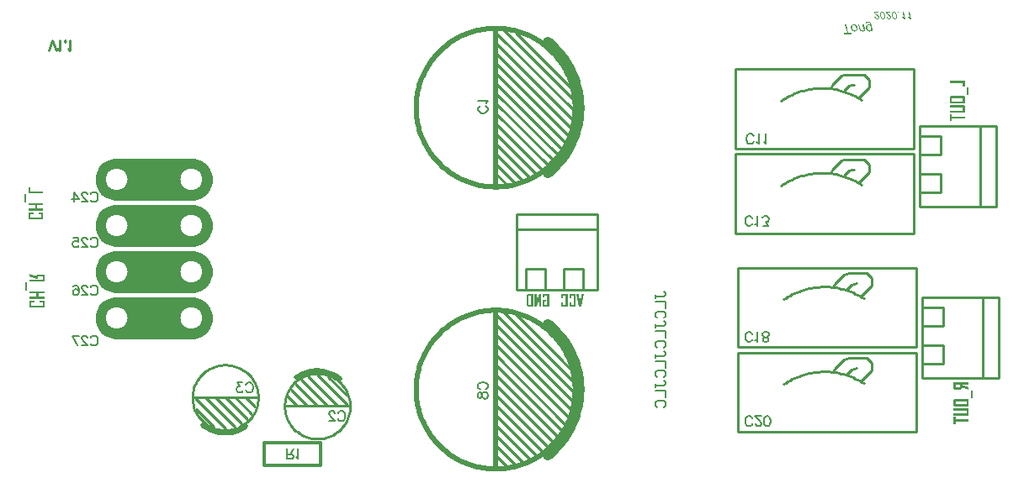
<source format=gbo>
G04*
G04 #@! TF.GenerationSoftware,Altium Limited,Altium Designer,19.1.8 (144)*
G04*
G04 Layer_Color=32896*
%FSLAX25Y25*%
%MOIN*%
G70*
G01*
G75*
%ADD10C,0.01000*%
%ADD13C,0.00787*%
%ADD14C,0.01200*%
%ADD72C,0.03937*%
%ADD73C,0.01984*%
%ADD74C,0.01968*%
%ADD75C,0.07087*%
G36*
X348912Y93577D02*
X348489D01*
X348397Y94000D01*
X348820D01*
X348912Y93577D01*
D02*
G37*
G36*
X353708Y90963D02*
X353491D01*
X353465Y91005D01*
X353435Y91045D01*
X353409Y91078D01*
X353386Y91107D01*
X353366Y91130D01*
X353350Y91146D01*
X353340Y91159D01*
X353337Y91163D01*
X353281Y91215D01*
X353216Y91268D01*
X353150Y91320D01*
X353084Y91369D01*
X353022Y91412D01*
X352999Y91432D01*
X352976Y91448D01*
X352956Y91461D01*
X352943Y91471D01*
X352933Y91474D01*
X352930Y91478D01*
X352829Y91543D01*
X352730Y91599D01*
X352635Y91648D01*
X352553Y91691D01*
X352517Y91707D01*
X352481Y91724D01*
X352451Y91737D01*
X352428Y91747D01*
X352405Y91756D01*
X352392Y91760D01*
X352382Y91766D01*
X352379D01*
X352310Y92104D01*
X352412Y92075D01*
X352510Y92045D01*
X352599Y92016D01*
X352684Y91983D01*
X352760Y91950D01*
X352832Y91917D01*
X352897Y91888D01*
X352956Y91855D01*
X353009Y91829D01*
X353055Y91802D01*
X353094Y91776D01*
X353127Y91756D01*
X353150Y91740D01*
X353170Y91727D01*
X353179Y91720D01*
X353183Y91717D01*
X352704Y94000D01*
X353075D01*
X353708Y90963D01*
D02*
G37*
G36*
X351356D02*
X351139D01*
X351113Y91005D01*
X351083Y91045D01*
X351057Y91078D01*
X351034Y91107D01*
X351015Y91130D01*
X350998Y91146D01*
X350988Y91159D01*
X350985Y91163D01*
X350929Y91215D01*
X350864Y91268D01*
X350798Y91320D01*
X350733Y91369D01*
X350670Y91412D01*
X350647Y91432D01*
X350624Y91448D01*
X350605Y91461D01*
X350591Y91471D01*
X350582Y91474D01*
X350578Y91478D01*
X350477Y91543D01*
X350378Y91599D01*
X350283Y91648D01*
X350201Y91691D01*
X350165Y91707D01*
X350129Y91724D01*
X350099Y91737D01*
X350077Y91747D01*
X350054Y91756D01*
X350041Y91760D01*
X350031Y91766D01*
X350027D01*
X349958Y92104D01*
X350060Y92075D01*
X350159Y92045D01*
X350247Y92016D01*
X350332Y91983D01*
X350408Y91950D01*
X350480Y91917D01*
X350546Y91888D01*
X350605Y91855D01*
X350657Y91829D01*
X350703Y91802D01*
X350742Y91776D01*
X350775Y91756D01*
X350798Y91740D01*
X350818Y91727D01*
X350828Y91720D01*
X350831Y91717D01*
X350352Y94000D01*
X350723D01*
X351356Y90963D01*
D02*
G37*
G36*
X345580Y93659D02*
X344225D01*
X344251Y93613D01*
X344284Y93567D01*
X344317Y93521D01*
X344350Y93482D01*
X344379Y93449D01*
X344402Y93419D01*
X344419Y93403D01*
X344425Y93397D01*
X344484Y93341D01*
X344547Y93282D01*
X344615Y93219D01*
X344684Y93164D01*
X344743Y93111D01*
X344770Y93091D01*
X344793Y93072D01*
X344812Y93055D01*
X344825Y93046D01*
X344835Y93039D01*
X344838Y93036D01*
X344953Y92944D01*
X345058Y92862D01*
X345150Y92783D01*
X345232Y92714D01*
X345304Y92652D01*
X345370Y92596D01*
X345422Y92547D01*
X345468Y92504D01*
X345508Y92468D01*
X345540Y92435D01*
X345567Y92409D01*
X345586Y92390D01*
X345599Y92373D01*
X345609Y92363D01*
X345616Y92357D01*
Y92353D01*
X345655Y92301D01*
X345688Y92248D01*
X345717Y92196D01*
X345740Y92143D01*
X345763Y92094D01*
X345780Y92048D01*
X345806Y91960D01*
X345816Y91921D01*
X345822Y91884D01*
X345826Y91852D01*
X345829Y91825D01*
X345832Y91802D01*
Y91786D01*
Y91776D01*
Y91773D01*
X345829Y91697D01*
X345816Y91622D01*
X345799Y91556D01*
X345780Y91494D01*
X345757Y91445D01*
X345750Y91425D01*
X345740Y91405D01*
X345734Y91392D01*
X345727Y91383D01*
X345724Y91376D01*
Y91373D01*
X345681Y91304D01*
X345632Y91245D01*
X345580Y91192D01*
X345527Y91150D01*
X345481Y91117D01*
X345445Y91091D01*
X345429Y91081D01*
X345419Y91078D01*
X345412Y91071D01*
X345409D01*
X345330Y91035D01*
X345248Y91009D01*
X345170Y90989D01*
X345097Y90976D01*
X345065Y90973D01*
X345035Y90969D01*
X345009Y90966D01*
X344986Y90963D01*
X344943D01*
X344871Y90966D01*
X344806Y90973D01*
X344740Y90986D01*
X344678Y90999D01*
X344622Y91015D01*
X344569Y91035D01*
X344520Y91058D01*
X344474Y91078D01*
X344435Y91101D01*
X344399Y91123D01*
X344369Y91143D01*
X344343Y91159D01*
X344323Y91173D01*
X344310Y91186D01*
X344301Y91192D01*
X344297Y91196D01*
X344251Y91242D01*
X344209Y91291D01*
X344173Y91340D01*
X344140Y91392D01*
X344110Y91445D01*
X344084Y91501D01*
X344064Y91550D01*
X344045Y91602D01*
X344028Y91648D01*
X344015Y91691D01*
X344005Y91730D01*
X343999Y91766D01*
X343992Y91793D01*
X343989Y91816D01*
X343986Y91829D01*
Y91832D01*
X344350Y91884D01*
X344363Y91825D01*
X344379Y91770D01*
X344396Y91720D01*
X344412Y91675D01*
X344432Y91632D01*
X344451Y91593D01*
X344468Y91556D01*
X344487Y91527D01*
X344504Y91501D01*
X344520Y91474D01*
X344537Y91455D01*
X344550Y91442D01*
X344560Y91429D01*
X344569Y91419D01*
X344573Y91412D01*
X344576D01*
X344605Y91386D01*
X344638Y91363D01*
X344704Y91324D01*
X344766Y91297D01*
X344822Y91281D01*
X344875Y91268D01*
X344894Y91264D01*
X344914D01*
X344930Y91261D01*
X344989D01*
X345025Y91268D01*
X345097Y91284D01*
X345157Y91307D01*
X345209Y91333D01*
X345252Y91363D01*
X345285Y91386D01*
X345304Y91402D01*
X345311Y91405D01*
Y91409D01*
X345337Y91435D01*
X345360Y91465D01*
X345399Y91524D01*
X345426Y91583D01*
X345442Y91638D01*
X345455Y91688D01*
X345458Y91711D01*
Y91727D01*
X345462Y91743D01*
Y91753D01*
Y91760D01*
Y91763D01*
X345458Y91809D01*
X345455Y91852D01*
X345445Y91891D01*
X345439Y91924D01*
X345429Y91953D01*
X345419Y91973D01*
X345416Y91989D01*
X345412Y91993D01*
X345383Y92052D01*
X345347Y92107D01*
X345311Y92160D01*
X345275Y92209D01*
X345239Y92248D01*
X345212Y92281D01*
X345193Y92301D01*
X345189Y92304D01*
X345186Y92308D01*
X345163Y92330D01*
X345140Y92353D01*
X345078Y92409D01*
X345012Y92465D01*
X344947Y92521D01*
X344884Y92573D01*
X344858Y92593D01*
X344835Y92613D01*
X344815Y92629D01*
X344799Y92642D01*
X344789Y92649D01*
X344786Y92652D01*
X344701Y92721D01*
X344619Y92786D01*
X344547Y92845D01*
X344481Y92901D01*
X344422Y92950D01*
X344366Y92996D01*
X344320Y93036D01*
X344278Y93072D01*
X344241Y93105D01*
X344212Y93131D01*
X344189Y93154D01*
X344166Y93170D01*
X344153Y93187D01*
X344143Y93196D01*
X344137Y93200D01*
X344133Y93203D01*
X344074Y93265D01*
X344018Y93328D01*
X343972Y93383D01*
X343933Y93439D01*
X343904Y93485D01*
X343881Y93518D01*
X343871Y93531D01*
X343864Y93541D01*
X343861Y93547D01*
Y93551D01*
X343825Y93623D01*
X343792Y93698D01*
X343766Y93770D01*
X343743Y93843D01*
X343726Y93905D01*
X343720Y93931D01*
X343713Y93954D01*
X343710Y93974D01*
X343707Y93987D01*
X343704Y93997D01*
Y94000D01*
X345504D01*
X345580Y93659D01*
D02*
G37*
G36*
X340876D02*
X339522D01*
X339548Y93613D01*
X339581Y93567D01*
X339613Y93521D01*
X339646Y93482D01*
X339676Y93449D01*
X339699Y93419D01*
X339715Y93403D01*
X339722Y93397D01*
X339781Y93341D01*
X339843Y93282D01*
X339912Y93219D01*
X339981Y93164D01*
X340040Y93111D01*
X340066Y93091D01*
X340089Y93072D01*
X340109Y93055D01*
X340122Y93046D01*
X340132Y93039D01*
X340135Y93036D01*
X340250Y92944D01*
X340355Y92862D01*
X340446Y92783D01*
X340528Y92714D01*
X340601Y92652D01*
X340666Y92596D01*
X340719Y92547D01*
X340765Y92504D01*
X340804Y92468D01*
X340837Y92435D01*
X340863Y92409D01*
X340883Y92390D01*
X340896Y92373D01*
X340906Y92363D01*
X340912Y92357D01*
Y92353D01*
X340952Y92301D01*
X340984Y92248D01*
X341014Y92196D01*
X341037Y92143D01*
X341060Y92094D01*
X341076Y92048D01*
X341103Y91960D01*
X341112Y91921D01*
X341119Y91884D01*
X341122Y91852D01*
X341125Y91825D01*
X341129Y91802D01*
Y91786D01*
Y91776D01*
Y91773D01*
X341125Y91697D01*
X341112Y91622D01*
X341096Y91556D01*
X341076Y91494D01*
X341053Y91445D01*
X341047Y91425D01*
X341037Y91405D01*
X341030Y91392D01*
X341024Y91383D01*
X341020Y91376D01*
Y91373D01*
X340978Y91304D01*
X340929Y91245D01*
X340876Y91192D01*
X340824Y91150D01*
X340778Y91117D01*
X340742Y91091D01*
X340725Y91081D01*
X340715Y91078D01*
X340709Y91071D01*
X340706D01*
X340627Y91035D01*
X340545Y91009D01*
X340466Y90989D01*
X340394Y90976D01*
X340361Y90973D01*
X340332Y90969D01*
X340305Y90966D01*
X340283Y90963D01*
X340240D01*
X340168Y90966D01*
X340102Y90973D01*
X340037Y90986D01*
X339974Y90999D01*
X339918Y91015D01*
X339866Y91035D01*
X339817Y91058D01*
X339771Y91078D01*
X339731Y91101D01*
X339695Y91123D01*
X339666Y91143D01*
X339640Y91159D01*
X339620Y91173D01*
X339607Y91186D01*
X339597Y91192D01*
X339594Y91196D01*
X339548Y91242D01*
X339505Y91291D01*
X339469Y91340D01*
X339436Y91392D01*
X339407Y91445D01*
X339381Y91501D01*
X339361Y91550D01*
X339341Y91602D01*
X339325Y91648D01*
X339312Y91691D01*
X339302Y91730D01*
X339295Y91766D01*
X339289Y91793D01*
X339285Y91816D01*
X339282Y91829D01*
Y91832D01*
X339646Y91884D01*
X339659Y91825D01*
X339676Y91770D01*
X339692Y91720D01*
X339708Y91675D01*
X339728Y91632D01*
X339748Y91593D01*
X339764Y91556D01*
X339784Y91527D01*
X339800Y91501D01*
X339817Y91474D01*
X339833Y91455D01*
X339846Y91442D01*
X339856Y91429D01*
X339866Y91419D01*
X339869Y91412D01*
X339873D01*
X339902Y91386D01*
X339935Y91363D01*
X340000Y91324D01*
X340063Y91297D01*
X340119Y91281D01*
X340171Y91268D01*
X340191Y91264D01*
X340210D01*
X340227Y91261D01*
X340286D01*
X340322Y91268D01*
X340394Y91284D01*
X340453Y91307D01*
X340506Y91333D01*
X340548Y91363D01*
X340581Y91386D01*
X340601Y91402D01*
X340607Y91405D01*
Y91409D01*
X340633Y91435D01*
X340656Y91465D01*
X340696Y91524D01*
X340722Y91583D01*
X340738Y91638D01*
X340752Y91688D01*
X340755Y91711D01*
Y91727D01*
X340758Y91743D01*
Y91753D01*
Y91760D01*
Y91763D01*
X340755Y91809D01*
X340752Y91852D01*
X340742Y91891D01*
X340735Y91924D01*
X340725Y91953D01*
X340715Y91973D01*
X340712Y91989D01*
X340709Y91993D01*
X340679Y92052D01*
X340643Y92107D01*
X340607Y92160D01*
X340571Y92209D01*
X340535Y92248D01*
X340509Y92281D01*
X340489Y92301D01*
X340486Y92304D01*
X340483Y92308D01*
X340460Y92330D01*
X340437Y92353D01*
X340374Y92409D01*
X340309Y92465D01*
X340243Y92521D01*
X340181Y92573D01*
X340155Y92593D01*
X340132Y92613D01*
X340112Y92629D01*
X340095Y92642D01*
X340086Y92649D01*
X340082Y92652D01*
X339997Y92721D01*
X339915Y92786D01*
X339843Y92845D01*
X339777Y92901D01*
X339718Y92950D01*
X339663Y92996D01*
X339617Y93036D01*
X339574Y93072D01*
X339538Y93105D01*
X339508Y93131D01*
X339485Y93154D01*
X339462Y93170D01*
X339449Y93187D01*
X339440Y93196D01*
X339433Y93200D01*
X339430Y93203D01*
X339371Y93265D01*
X339315Y93328D01*
X339269Y93383D01*
X339230Y93439D01*
X339200Y93485D01*
X339177Y93518D01*
X339167Y93531D01*
X339161Y93541D01*
X339157Y93547D01*
Y93551D01*
X339121Y93623D01*
X339089Y93698D01*
X339062Y93770D01*
X339039Y93843D01*
X339023Y93905D01*
X339016Y93931D01*
X339010Y93954D01*
X339007Y93974D01*
X339003Y93987D01*
X339000Y93997D01*
Y94000D01*
X340801D01*
X340876Y93659D01*
D02*
G37*
G36*
X346974Y94046D02*
X347033Y94039D01*
X347092Y94029D01*
X347144Y94013D01*
X347197Y93997D01*
X347246Y93980D01*
X347292Y93961D01*
X347335Y93938D01*
X347371Y93918D01*
X347407Y93898D01*
X347436Y93882D01*
X347459Y93862D01*
X347479Y93849D01*
X347492Y93839D01*
X347502Y93833D01*
X347505Y93829D01*
X347567Y93770D01*
X347626Y93708D01*
X347679Y93642D01*
X347731Y93570D01*
X347777Y93498D01*
X347820Y93426D01*
X347859Y93354D01*
X347895Y93285D01*
X347928Y93219D01*
X347954Y93157D01*
X347977Y93101D01*
X347997Y93052D01*
X348013Y93013D01*
X348023Y92983D01*
X348030Y92963D01*
X348033Y92957D01*
X348063Y92865D01*
X348089Y92773D01*
X348109Y92685D01*
X348128Y92596D01*
X348145Y92511D01*
X348158Y92429D01*
X348168Y92350D01*
X348177Y92278D01*
X348184Y92212D01*
X348187Y92150D01*
X348194Y92098D01*
Y92052D01*
X348197Y92016D01*
Y91989D01*
Y91973D01*
Y91966D01*
X348194Y91878D01*
X348187Y91796D01*
X348174Y91717D01*
X348161Y91645D01*
X348145Y91579D01*
X348125Y91517D01*
X348102Y91461D01*
X348082Y91412D01*
X348059Y91366D01*
X348036Y91330D01*
X348017Y91297D01*
X348000Y91271D01*
X347987Y91248D01*
X347974Y91235D01*
X347968Y91225D01*
X347964Y91222D01*
X347918Y91176D01*
X347872Y91137D01*
X347823Y91101D01*
X347774Y91071D01*
X347728Y91048D01*
X347679Y91025D01*
X347633Y91009D01*
X347587Y90996D01*
X347544Y90986D01*
X347505Y90976D01*
X347472Y90969D01*
X347443Y90966D01*
X347416Y90963D01*
X347384D01*
X347318Y90966D01*
X347259Y90973D01*
X347203Y90982D01*
X347154Y90996D01*
X347115Y91009D01*
X347085Y91018D01*
X347065Y91025D01*
X347062Y91028D01*
X347059D01*
X347007Y91055D01*
X346951Y91084D01*
X346901Y91117D01*
X346859Y91150D01*
X346819Y91179D01*
X346790Y91202D01*
X346770Y91219D01*
X346767Y91225D01*
X346764D01*
X346708Y91281D01*
X346656Y91340D01*
X346606Y91402D01*
X346560Y91461D01*
X346524Y91514D01*
X346508Y91537D01*
X346495Y91556D01*
X346485Y91573D01*
X346478Y91586D01*
X346475Y91593D01*
X346472Y91596D01*
X346446Y91642D01*
X346419Y91691D01*
X346373Y91793D01*
X346327Y91901D01*
X346291Y91999D01*
X346275Y92048D01*
X346259Y92091D01*
X346246Y92130D01*
X346236Y92163D01*
X346229Y92189D01*
X346223Y92212D01*
X346216Y92225D01*
Y92229D01*
X346180Y92376D01*
X346150Y92517D01*
X346141Y92586D01*
X346131Y92649D01*
X346124Y92711D01*
X346118Y92767D01*
X346114Y92819D01*
X346111Y92865D01*
X346108Y92905D01*
Y92941D01*
X346105Y92967D01*
Y92990D01*
Y93003D01*
Y93006D01*
X346108Y93098D01*
X346114Y93187D01*
X346127Y93269D01*
X346141Y93344D01*
X346157Y93413D01*
X346177Y93479D01*
X346200Y93534D01*
X346223Y93587D01*
X346242Y93633D01*
X346265Y93672D01*
X346285Y93705D01*
X346301Y93734D01*
X346314Y93754D01*
X346327Y93770D01*
X346334Y93780D01*
X346337Y93783D01*
X346383Y93829D01*
X346429Y93872D01*
X346478Y93908D01*
X346524Y93938D01*
X346573Y93964D01*
X346623Y93984D01*
X346669Y94003D01*
X346711Y94016D01*
X346754Y94026D01*
X346790Y94036D01*
X346826Y94039D01*
X346856Y94046D01*
X346879D01*
X346895Y94049D01*
X346911D01*
X346974Y94046D01*
D02*
G37*
G36*
X342270D02*
X342329Y94039D01*
X342388Y94029D01*
X342441Y94013D01*
X342493Y93997D01*
X342542Y93980D01*
X342588Y93961D01*
X342631Y93938D01*
X342667Y93918D01*
X342703Y93898D01*
X342733Y93882D01*
X342756Y93862D01*
X342775Y93849D01*
X342788Y93839D01*
X342798Y93833D01*
X342801Y93829D01*
X342864Y93770D01*
X342923Y93708D01*
X342975Y93642D01*
X343028Y93570D01*
X343074Y93498D01*
X343116Y93426D01*
X343156Y93354D01*
X343192Y93285D01*
X343225Y93219D01*
X343251Y93157D01*
X343274Y93101D01*
X343293Y93052D01*
X343310Y93013D01*
X343320Y92983D01*
X343326Y92963D01*
X343330Y92957D01*
X343359Y92865D01*
X343385Y92773D01*
X343405Y92685D01*
X343425Y92596D01*
X343441Y92511D01*
X343454Y92429D01*
X343464Y92350D01*
X343474Y92278D01*
X343480Y92212D01*
X343484Y92150D01*
X343490Y92098D01*
Y92052D01*
X343494Y92016D01*
Y91989D01*
Y91973D01*
Y91966D01*
X343490Y91878D01*
X343484Y91796D01*
X343471Y91717D01*
X343458Y91645D01*
X343441Y91579D01*
X343421Y91517D01*
X343398Y91461D01*
X343379Y91412D01*
X343356Y91366D01*
X343333Y91330D01*
X343313Y91297D01*
X343297Y91271D01*
X343284Y91248D01*
X343271Y91235D01*
X343264Y91225D01*
X343261Y91222D01*
X343215Y91176D01*
X343169Y91137D01*
X343120Y91101D01*
X343071Y91071D01*
X343025Y91048D01*
X342975Y91025D01*
X342929Y91009D01*
X342883Y90996D01*
X342841Y90986D01*
X342801Y90976D01*
X342769Y90969D01*
X342739Y90966D01*
X342713Y90963D01*
X342680D01*
X342615Y90966D01*
X342555Y90973D01*
X342500Y90982D01*
X342451Y90996D01*
X342411Y91009D01*
X342382Y91018D01*
X342362Y91025D01*
X342359Y91028D01*
X342355D01*
X342303Y91055D01*
X342247Y91084D01*
X342198Y91117D01*
X342155Y91150D01*
X342116Y91179D01*
X342087Y91202D01*
X342067Y91219D01*
X342063Y91225D01*
X342060D01*
X342004Y91281D01*
X341952Y91340D01*
X341903Y91402D01*
X341857Y91461D01*
X341821Y91514D01*
X341804Y91537D01*
X341791Y91556D01*
X341781Y91573D01*
X341775Y91586D01*
X341772Y91593D01*
X341768Y91596D01*
X341742Y91642D01*
X341716Y91691D01*
X341670Y91793D01*
X341624Y91901D01*
X341588Y91999D01*
X341571Y92048D01*
X341555Y92091D01*
X341542Y92130D01*
X341532Y92163D01*
X341526Y92189D01*
X341519Y92212D01*
X341512Y92225D01*
Y92229D01*
X341476Y92376D01*
X341447Y92517D01*
X341437Y92586D01*
X341427Y92649D01*
X341421Y92711D01*
X341414Y92767D01*
X341411Y92819D01*
X341407Y92865D01*
X341404Y92905D01*
Y92941D01*
X341401Y92967D01*
Y92990D01*
Y93003D01*
Y93006D01*
X341404Y93098D01*
X341411Y93187D01*
X341424Y93269D01*
X341437Y93344D01*
X341453Y93413D01*
X341473Y93479D01*
X341496Y93534D01*
X341519Y93587D01*
X341539Y93633D01*
X341562Y93672D01*
X341581Y93705D01*
X341598Y93734D01*
X341611Y93754D01*
X341624Y93770D01*
X341631Y93780D01*
X341634Y93783D01*
X341680Y93829D01*
X341726Y93872D01*
X341775Y93908D01*
X341821Y93938D01*
X341870Y93964D01*
X341919Y93984D01*
X341965Y94003D01*
X342008Y94016D01*
X342050Y94026D01*
X342087Y94036D01*
X342123Y94039D01*
X342152Y94046D01*
X342175D01*
X342191Y94049D01*
X342208D01*
X342270Y94046D01*
D02*
G37*
G36*
X336893Y90107D02*
X337009Y90090D01*
X337113Y90069D01*
X337205Y90040D01*
X337242Y90027D01*
X337275Y90015D01*
X337309Y90007D01*
X337333Y89994D01*
X337354Y89986D01*
X337367Y89978D01*
X337375Y89973D01*
X337379D01*
X337475Y89915D01*
X337558Y89857D01*
X337629Y89790D01*
X337687Y89728D01*
X337733Y89674D01*
X337766Y89628D01*
X337779Y89612D01*
X337787Y89599D01*
X337795Y89591D01*
Y89587D01*
X337824Y89537D01*
X337849Y89487D01*
X337895Y89374D01*
X337937Y89262D01*
X337974Y89154D01*
X337987Y89104D01*
X337999Y89054D01*
X338012Y89012D01*
X338020Y88975D01*
X338028Y88946D01*
X338032Y88925D01*
X338036Y88908D01*
Y88904D01*
X338598Y86217D01*
X338161D01*
X338066Y86675D01*
X338007Y86583D01*
X337945Y86504D01*
X337878Y86433D01*
X337812Y86375D01*
X337741Y86325D01*
X337670Y86279D01*
X337600Y86246D01*
X337533Y86221D01*
X337471Y86196D01*
X337413Y86184D01*
X337363Y86171D01*
X337317Y86163D01*
X337279Y86159D01*
X337250Y86155D01*
X337225D01*
X337163Y86159D01*
X337105Y86163D01*
X336988Y86188D01*
X336880Y86217D01*
X336784Y86254D01*
X336743Y86275D01*
X336705Y86292D01*
X336672Y86313D01*
X336643Y86325D01*
X336618Y86338D01*
X336601Y86350D01*
X336593Y86354D01*
X336589Y86358D01*
X336531Y86396D01*
X336476Y86442D01*
X336377Y86537D01*
X336285Y86633D01*
X336206Y86729D01*
X336144Y86816D01*
X336119Y86853D01*
X336098Y86887D01*
X336081Y86916D01*
X336065Y86937D01*
X336061Y86949D01*
X336056Y86953D01*
X336019Y87028D01*
X335986Y87103D01*
X335952Y87178D01*
X335927Y87253D01*
X335890Y87398D01*
X335873Y87465D01*
X335865Y87532D01*
X335853Y87590D01*
X335848Y87644D01*
X335844Y87694D01*
X335840Y87735D01*
X335836Y87769D01*
Y87794D01*
Y87810D01*
Y87814D01*
X335840Y87918D01*
X335848Y88014D01*
X335861Y88106D01*
X335882Y88189D01*
X335902Y88268D01*
X335927Y88339D01*
X335952Y88405D01*
X335977Y88463D01*
X336002Y88517D01*
X336031Y88563D01*
X336052Y88601D01*
X336073Y88634D01*
X336094Y88659D01*
X336106Y88675D01*
X336115Y88688D01*
X336119Y88692D01*
X336173Y88746D01*
X336231Y88792D01*
X336289Y88834D01*
X336348Y88871D01*
X336406Y88900D01*
X336464Y88925D01*
X336522Y88946D01*
X336576Y88963D01*
X336626Y88975D01*
X336672Y88983D01*
X336718Y88992D01*
X336751Y88996D01*
X336780D01*
X336805Y89000D01*
X336822D01*
X336901Y88996D01*
X336976Y88983D01*
X337051Y88967D01*
X337121Y88942D01*
X337188Y88913D01*
X337254Y88884D01*
X337313Y88850D01*
X337371Y88813D01*
X337421Y88779D01*
X337471Y88746D01*
X337508Y88717D01*
X337546Y88688D01*
X337571Y88663D01*
X337591Y88646D01*
X337604Y88634D01*
X337608Y88630D01*
X337558Y88854D01*
X337537Y88942D01*
X337521Y89021D01*
X337500Y89096D01*
X337479Y89162D01*
X337458Y89220D01*
X337442Y89275D01*
X337425Y89320D01*
X337408Y89358D01*
X337392Y89391D01*
X337379Y89420D01*
X337367Y89445D01*
X337354Y89462D01*
X337346Y89478D01*
X337338Y89487D01*
X337333Y89495D01*
X337296Y89533D01*
X337250Y89570D01*
X337205Y89599D01*
X337155Y89624D01*
X337055Y89666D01*
X336951Y89691D01*
X336905Y89699D01*
X336859Y89707D01*
X336818Y89711D01*
X336784Y89715D01*
X336755Y89720D01*
X336714D01*
X336643Y89715D01*
X336576Y89711D01*
X336518Y89703D01*
X336472Y89691D01*
X336431Y89678D01*
X336406Y89670D01*
X336385Y89666D01*
X336381Y89661D01*
X336348Y89641D01*
X336318Y89620D01*
X336293Y89599D01*
X336273Y89578D01*
X336260Y89562D01*
X336248Y89545D01*
X336244Y89537D01*
X336239Y89533D01*
X336227Y89499D01*
X336214Y89462D01*
X336206Y89383D01*
X336202Y89345D01*
Y89316D01*
Y89299D01*
Y89291D01*
X335723Y89250D01*
X335715Y89304D01*
X335711Y89345D01*
Y89362D01*
Y89374D01*
Y89383D01*
Y89387D01*
X335715Y89466D01*
X335728Y89537D01*
X335749Y89603D01*
X335769Y89657D01*
X335790Y89707D01*
X335811Y89741D01*
X335823Y89761D01*
X335827Y89770D01*
X335877Y89828D01*
X335936Y89878D01*
X335994Y89924D01*
X336052Y89957D01*
X336106Y89986D01*
X336152Y90007D01*
X336164Y90015D01*
X336177Y90019D01*
X336185Y90023D01*
X336189D01*
X336285Y90052D01*
X336381Y90073D01*
X336481Y90090D01*
X336568Y90098D01*
X336647Y90107D01*
X336680D01*
X336709Y90111D01*
X336768D01*
X336893Y90107D01*
D02*
G37*
G36*
X335370Y87323D02*
X335382Y87261D01*
X335395Y87207D01*
X335412Y87107D01*
X335428Y87024D01*
X335437Y86953D01*
X335441Y86903D01*
X335445Y86866D01*
Y86845D01*
Y86837D01*
Y86779D01*
X335437Y86725D01*
X335416Y86629D01*
X335382Y86541D01*
X335349Y86471D01*
X335312Y86417D01*
X335278Y86375D01*
X335258Y86350D01*
X335253Y86342D01*
X335249D01*
X335212Y86308D01*
X335170Y86279D01*
X335083Y86234D01*
X334996Y86200D01*
X334908Y86180D01*
X334829Y86163D01*
X334796Y86159D01*
X334771D01*
X334746Y86155D01*
X334713D01*
X334617Y86159D01*
X334525Y86175D01*
X334442Y86196D01*
X334363Y86221D01*
X334301Y86246D01*
X334276Y86259D01*
X334251Y86267D01*
X334234Y86275D01*
X334222Y86283D01*
X334213Y86288D01*
X334209D01*
X334118Y86342D01*
X334022Y86408D01*
X333935Y86475D01*
X333852Y86546D01*
X333785Y86608D01*
X333756Y86633D01*
X333731Y86658D01*
X333710Y86675D01*
X333693Y86691D01*
X333685Y86699D01*
X333681Y86704D01*
X333781Y86217D01*
X333348D01*
X332770Y89000D01*
X333240D01*
X333506Y87706D01*
X333535Y87590D01*
X333564Y87486D01*
X333598Y87386D01*
X333631Y87299D01*
X333664Y87215D01*
X333702Y87141D01*
X333735Y87078D01*
X333768Y87020D01*
X333802Y86966D01*
X333831Y86924D01*
X333860Y86887D01*
X333885Y86858D01*
X333901Y86837D01*
X333918Y86820D01*
X333926Y86812D01*
X333931Y86808D01*
X333985Y86762D01*
X334043Y86720D01*
X334101Y86687D01*
X334155Y86658D01*
X334213Y86629D01*
X334267Y86608D01*
X334371Y86579D01*
X334417Y86566D01*
X334459Y86558D01*
X334496Y86554D01*
X334530Y86550D01*
X334555Y86546D01*
X334592D01*
X334659Y86550D01*
X334713Y86558D01*
X334763Y86575D01*
X334800Y86587D01*
X334829Y86604D01*
X334854Y86620D01*
X334867Y86629D01*
X334871Y86633D01*
X334904Y86666D01*
X334929Y86704D01*
X334946Y86741D01*
X334958Y86779D01*
X334966Y86808D01*
X334971Y86833D01*
Y86853D01*
Y86858D01*
X334966Y86912D01*
X334962Y86970D01*
X334954Y87032D01*
X334941Y87095D01*
X334929Y87153D01*
X334921Y87199D01*
X334916Y87215D01*
Y87228D01*
X334912Y87236D01*
Y87240D01*
X334525Y89000D01*
X334996D01*
X335370Y87323D01*
D02*
G37*
G36*
X331081Y89058D02*
X331152Y89054D01*
X331289Y89029D01*
X331418Y88996D01*
X331476Y88975D01*
X331530Y88954D01*
X331580Y88933D01*
X331622Y88913D01*
X331659Y88896D01*
X331693Y88879D01*
X331722Y88867D01*
X331738Y88854D01*
X331751Y88850D01*
X331755Y88846D01*
X331821Y88805D01*
X331880Y88755D01*
X331992Y88655D01*
X332088Y88551D01*
X332129Y88497D01*
X332167Y88447D01*
X332200Y88401D01*
X332229Y88355D01*
X332254Y88318D01*
X332271Y88280D01*
X332287Y88251D01*
X332300Y88230D01*
X332304Y88218D01*
X332308Y88214D01*
X332341Y88135D01*
X332375Y88056D01*
X332420Y87898D01*
X332458Y87748D01*
X332470Y87677D01*
X332479Y87611D01*
X332487Y87548D01*
X332495Y87494D01*
X332500Y87444D01*
Y87398D01*
X332504Y87365D01*
Y87340D01*
Y87323D01*
Y87319D01*
X332500Y87224D01*
X332491Y87128D01*
X332475Y87045D01*
X332454Y86962D01*
X332433Y86887D01*
X332408Y86816D01*
X332379Y86754D01*
X332350Y86695D01*
X332321Y86645D01*
X332292Y86600D01*
X332267Y86562D01*
X332246Y86529D01*
X332225Y86504D01*
X332208Y86483D01*
X332200Y86475D01*
X332196Y86471D01*
X332138Y86417D01*
X332071Y86367D01*
X332009Y86325D01*
X331938Y86288D01*
X331871Y86259D01*
X331805Y86234D01*
X331738Y86209D01*
X331676Y86192D01*
X331613Y86180D01*
X331559Y86171D01*
X331509Y86163D01*
X331468Y86159D01*
X331435Y86155D01*
X331385D01*
X331268Y86159D01*
X331156Y86175D01*
X331052Y86196D01*
X330952Y86225D01*
X330860Y86259D01*
X330777Y86296D01*
X330698Y86333D01*
X330627Y86375D01*
X330565Y86417D01*
X330507Y86454D01*
X330461Y86492D01*
X330419Y86525D01*
X330390Y86554D01*
X330365Y86575D01*
X330353Y86591D01*
X330349Y86595D01*
X330266Y86699D01*
X330191Y86808D01*
X330128Y86920D01*
X330074Y87032D01*
X330024Y87149D01*
X329987Y87257D01*
X329954Y87369D01*
X329929Y87473D01*
X329912Y87569D01*
X329895Y87660D01*
X329887Y87744D01*
X329879Y87810D01*
X329875Y87868D01*
X329870Y87910D01*
Y87927D01*
Y87939D01*
Y87943D01*
Y87947D01*
X329875Y88068D01*
X329891Y88181D01*
X329912Y88280D01*
X329941Y88363D01*
X329954Y88401D01*
X329966Y88434D01*
X329974Y88463D01*
X329987Y88488D01*
X329995Y88509D01*
X330003Y88522D01*
X330008Y88530D01*
Y88534D01*
X330066Y88626D01*
X330133Y88700D01*
X330199Y88771D01*
X330266Y88825D01*
X330324Y88867D01*
X330374Y88900D01*
X330390Y88913D01*
X330403Y88917D01*
X330411Y88925D01*
X330415D01*
X330519Y88971D01*
X330619Y89004D01*
X330719Y89029D01*
X330811Y89046D01*
X330852Y89050D01*
X330890Y89054D01*
X330923Y89058D01*
X330952D01*
X330973Y89062D01*
X331006D01*
X331081Y89058D01*
D02*
G37*
G36*
X328797Y85593D02*
X330049D01*
X330141Y85160D01*
X327092D01*
X327000Y85593D01*
X328290D01*
X327578Y89000D01*
X328086D01*
X328797Y85593D01*
D02*
G37*
G36*
X207221Y-23000D02*
X206473D01*
Y-20133D01*
Y-20079D01*
X206484Y-20019D01*
X206490Y-19953D01*
X206501Y-19893D01*
X206512Y-19839D01*
X206517Y-19795D01*
X206528Y-19768D01*
Y-19757D01*
X205294Y-23000D01*
X204611D01*
Y-17846D01*
X205365D01*
Y-20652D01*
Y-20707D01*
X205360Y-20767D01*
X205349Y-20832D01*
X205338Y-20892D01*
X205332Y-20947D01*
X205321Y-20991D01*
X205316Y-21018D01*
Y-21023D01*
Y-21029D01*
X206550Y-17846D01*
X207221D01*
Y-23000D01*
D02*
G37*
G36*
X223017Y-23006D02*
X222247D01*
X221259Y-17846D01*
X222029D01*
X222613Y-21384D01*
X222619Y-21488D01*
X222624Y-21575D01*
X222629Y-21651D01*
Y-21711D01*
X222635Y-21761D01*
Y-21793D01*
Y-21815D01*
Y-21821D01*
X222640Y-21717D01*
Y-21630D01*
X222646Y-21553D01*
Y-21493D01*
X222651Y-21444D01*
Y-21411D01*
Y-21389D01*
Y-21384D01*
X223225Y-17846D01*
X224000D01*
X223017Y-23006D01*
D02*
G37*
G36*
X220495Y-17851D02*
X220555Y-17862D01*
X220609Y-17884D01*
X220658Y-17911D01*
X220697Y-17944D01*
X220729Y-17977D01*
X220757Y-18015D01*
X220779Y-18053D01*
X220806Y-18130D01*
X220822Y-18190D01*
Y-18217D01*
X220828Y-18239D01*
Y-18250D01*
Y-18255D01*
Y-22596D01*
X220822Y-22667D01*
X220811Y-22727D01*
X220790Y-22782D01*
X220762Y-22831D01*
X220735Y-22869D01*
X220702Y-22902D01*
X220664Y-22929D01*
X220626Y-22951D01*
X220549Y-22978D01*
X220489Y-22995D01*
X220462D01*
X220440Y-23000D01*
X218698D01*
X218627Y-22995D01*
X218562Y-22984D01*
X218513Y-22962D01*
X218464Y-22934D01*
X218425Y-22907D01*
X218393Y-22874D01*
X218365Y-22836D01*
X218343Y-22798D01*
X218311Y-22722D01*
X218294Y-22661D01*
Y-22634D01*
X218289Y-22612D01*
Y-22601D01*
Y-22596D01*
Y-21258D01*
X219059D01*
Y-22339D01*
X220058D01*
Y-18506D01*
X219059D01*
Y-19527D01*
X218289D01*
Y-18255D01*
X218294Y-18184D01*
X218305Y-18119D01*
X218327Y-18070D01*
X218354Y-18021D01*
X218387Y-17982D01*
X218420Y-17950D01*
X218458Y-17922D01*
X218496Y-17900D01*
X218573Y-17868D01*
X218633Y-17851D01*
X218660D01*
X218682Y-17846D01*
X220424D01*
X220495Y-17851D01*
D02*
G37*
G36*
X217355D02*
X217415Y-17862D01*
X217470Y-17884D01*
X217519Y-17911D01*
X217557Y-17944D01*
X217590Y-17977D01*
X217617Y-18015D01*
X217639Y-18053D01*
X217666Y-18130D01*
X217683Y-18190D01*
Y-18217D01*
X217688Y-18239D01*
Y-18250D01*
Y-18255D01*
Y-22596D01*
X217683Y-22667D01*
X217672Y-22727D01*
X217650Y-22782D01*
X217623Y-22831D01*
X217595Y-22869D01*
X217563Y-22902D01*
X217524Y-22929D01*
X217486Y-22951D01*
X217410Y-22978D01*
X217350Y-22995D01*
X217322D01*
X217301Y-23000D01*
X215559D01*
X215488Y-22995D01*
X215422Y-22984D01*
X215373Y-22962D01*
X215324Y-22934D01*
X215286Y-22907D01*
X215253Y-22874D01*
X215226Y-22836D01*
X215204Y-22798D01*
X215171Y-22722D01*
X215155Y-22661D01*
Y-22634D01*
X215149Y-22612D01*
Y-22601D01*
Y-22596D01*
Y-21258D01*
X215919D01*
Y-22339D01*
X216918D01*
Y-18506D01*
X215919D01*
Y-19527D01*
X215149D01*
Y-18255D01*
X215155Y-18184D01*
X215166Y-18119D01*
X215188Y-18070D01*
X215215Y-18021D01*
X215248Y-17982D01*
X215280Y-17950D01*
X215319Y-17922D01*
X215357Y-17900D01*
X215433Y-17868D01*
X215493Y-17851D01*
X215521D01*
X215543Y-17846D01*
X217284D01*
X217355Y-17851D01*
D02*
G37*
G36*
X210044D02*
X210110Y-17862D01*
X210164Y-17884D01*
X210213Y-17911D01*
X210252Y-17944D01*
X210284Y-17977D01*
X210312Y-18015D01*
X210334Y-18053D01*
X210366Y-18130D01*
X210383Y-18190D01*
Y-18217D01*
X210388Y-18239D01*
Y-18250D01*
Y-18255D01*
Y-22596D01*
X210383Y-22667D01*
X210372Y-22727D01*
X210350Y-22782D01*
X210323Y-22831D01*
X210295Y-22869D01*
X210263Y-22902D01*
X210224Y-22929D01*
X210186Y-22951D01*
X210110Y-22978D01*
X210050Y-22995D01*
X210022D01*
X210001Y-23000D01*
X208248D01*
X208177Y-22995D01*
X208111Y-22984D01*
X208062Y-22962D01*
X208013Y-22934D01*
X207975Y-22907D01*
X207942Y-22874D01*
X207915Y-22836D01*
X207893Y-22798D01*
X207860Y-22722D01*
X207844Y-22661D01*
Y-22634D01*
X207838Y-22612D01*
Y-22601D01*
Y-22596D01*
Y-20237D01*
X209182D01*
Y-20892D01*
X208614D01*
Y-22339D01*
X209618D01*
Y-18506D01*
X208614D01*
Y-19418D01*
X207838D01*
Y-18255D01*
X207844Y-18184D01*
X207855Y-18119D01*
X207877Y-18070D01*
X207904Y-18021D01*
X207937Y-17982D01*
X207969Y-17950D01*
X208008Y-17922D01*
X208046Y-17900D01*
X208122Y-17868D01*
X208182Y-17851D01*
X208210D01*
X208231Y-17846D01*
X209973D01*
X210044Y-17851D01*
D02*
G37*
G36*
X203989Y-23000D02*
X202417D01*
X202335Y-22995D01*
X202253Y-22989D01*
X202111Y-22962D01*
X201985Y-22918D01*
X201882Y-22869D01*
X201838Y-22847D01*
X201800Y-22825D01*
X201767Y-22803D01*
X201740Y-22782D01*
X201718Y-22765D01*
X201701Y-22754D01*
X201696Y-22743D01*
X201690D01*
X201641Y-22694D01*
X201598Y-22640D01*
X201565Y-22580D01*
X201532Y-22525D01*
X201483Y-22405D01*
X201450Y-22290D01*
X201434Y-22186D01*
X201423Y-22143D01*
Y-22105D01*
X201417Y-22072D01*
Y-22050D01*
Y-22034D01*
Y-22028D01*
Y-18823D01*
X201423Y-18741D01*
X201428Y-18665D01*
X201461Y-18523D01*
X201505Y-18403D01*
X201554Y-18299D01*
X201581Y-18255D01*
X201603Y-18217D01*
X201625Y-18190D01*
X201647Y-18162D01*
X201663Y-18141D01*
X201679Y-18124D01*
X201685Y-18119D01*
X201690Y-18113D01*
X201745Y-18064D01*
X201800Y-18026D01*
X201860Y-17988D01*
X201920Y-17960D01*
X202040Y-17911D01*
X202154Y-17878D01*
X202258Y-17862D01*
X202302Y-17851D01*
X202340D01*
X202373Y-17846D01*
X203989D01*
Y-23000D01*
D02*
G37*
G36*
X7194Y-11084D02*
Y-10934D01*
X7200Y-10865D01*
Y-10808D01*
X7207Y-10708D01*
X7219Y-10632D01*
X7226Y-10576D01*
X7232Y-10532D01*
X7238Y-10513D01*
Y-10507D01*
X7288Y-10419D01*
X7345Y-10356D01*
X7414Y-10312D01*
X7489Y-10281D01*
X7552Y-10262D01*
X7609Y-10255D01*
X7646Y-10249D01*
X7653D01*
X7659D01*
X9957D01*
X10039Y-10255D01*
X10114Y-10268D01*
X10171Y-10293D01*
X10227Y-10325D01*
X10271Y-10356D01*
X10309Y-10400D01*
X10340Y-10438D01*
X10366Y-10482D01*
X10403Y-10570D01*
X10422Y-10645D01*
Y-10676D01*
X10428Y-10701D01*
Y-13138D01*
X4500D01*
Y-12252D01*
X9668D01*
Y-11135D01*
X7791D01*
Y-12008D01*
X7696D01*
X7615D01*
X7540D01*
X7477D01*
X7427D01*
X7383D01*
X7345D01*
X7320D01*
X7295D01*
X7282D01*
X7257D01*
X7251D01*
X4500Y-11022D01*
Y-10098D01*
X7194Y-11084D01*
D02*
G37*
G36*
X3608Y-16561D02*
X2949D01*
Y-13490D01*
X3608D01*
Y-16561D01*
D02*
G37*
G36*
X10428Y-17804D02*
X7985D01*
Y-19004D01*
X10428D01*
Y-19889D01*
X4500D01*
Y-19004D01*
X7163D01*
Y-17804D01*
X4500D01*
Y-16912D01*
X10428D01*
Y-17804D01*
D02*
G37*
G36*
X10039Y-20586D02*
X10114Y-20599D01*
X10171Y-20624D01*
X10227Y-20655D01*
X10271Y-20693D01*
X10309Y-20730D01*
X10340Y-20775D01*
X10366Y-20818D01*
X10403Y-20906D01*
X10422Y-20975D01*
Y-21007D01*
X10428Y-21032D01*
Y-23035D01*
X10422Y-23117D01*
X10409Y-23186D01*
X10384Y-23249D01*
X10353Y-23305D01*
X10315Y-23349D01*
X10278Y-23387D01*
X10234Y-23418D01*
X10190Y-23444D01*
X10102Y-23475D01*
X10033Y-23494D01*
X10001D01*
X9976Y-23500D01*
X9964D01*
X9957D01*
X4965D01*
X4883Y-23494D01*
X4814Y-23481D01*
X4751Y-23456D01*
X4695Y-23425D01*
X4651Y-23393D01*
X4613Y-23356D01*
X4582Y-23312D01*
X4557Y-23268D01*
X4525Y-23180D01*
X4506Y-23111D01*
Y-23079D01*
X4500Y-23054D01*
Y-21051D01*
X4506Y-20969D01*
X4519Y-20894D01*
X4544Y-20837D01*
X4575Y-20781D01*
X4607Y-20737D01*
X4644Y-20699D01*
X4688Y-20668D01*
X4732Y-20643D01*
X4820Y-20605D01*
X4889Y-20586D01*
X4921D01*
X4946Y-20580D01*
X4958D01*
X4965D01*
X6503D01*
Y-21465D01*
X5260D01*
Y-22614D01*
X9668D01*
Y-21465D01*
X8494D01*
Y-20580D01*
X9957D01*
X10039Y-20586D01*
D02*
G37*
G36*
X4791Y22748D02*
X9928D01*
Y21862D01*
X4000D01*
Y24192D01*
X4791D01*
Y22748D01*
D02*
G37*
G36*
X3108Y18439D02*
X2449D01*
Y21510D01*
X3108D01*
Y18439D01*
D02*
G37*
G36*
X9928Y17196D02*
X7485D01*
Y15996D01*
X9928D01*
Y15111D01*
X4000D01*
Y15996D01*
X6663D01*
Y17196D01*
X4000D01*
Y18088D01*
X9928D01*
Y17196D01*
D02*
G37*
G36*
X9539Y14414D02*
X9614Y14401D01*
X9671Y14376D01*
X9727Y14345D01*
X9771Y14307D01*
X9809Y14269D01*
X9840Y14225D01*
X9866Y14182D01*
X9903Y14094D01*
X9922Y14025D01*
Y13993D01*
X9928Y13968D01*
Y11965D01*
X9922Y11883D01*
X9910Y11814D01*
X9884Y11751D01*
X9853Y11695D01*
X9815Y11651D01*
X9778Y11613D01*
X9734Y11582D01*
X9690Y11557D01*
X9602Y11525D01*
X9533Y11506D01*
X9501D01*
X9476Y11500D01*
X9464D01*
X9457D01*
X4465D01*
X4383Y11506D01*
X4314Y11519D01*
X4251Y11544D01*
X4195Y11575D01*
X4151Y11607D01*
X4113Y11644D01*
X4082Y11688D01*
X4056Y11732D01*
X4025Y11820D01*
X4006Y11889D01*
Y11921D01*
X4000Y11946D01*
Y13949D01*
X4006Y14031D01*
X4019Y14106D01*
X4044Y14163D01*
X4075Y14219D01*
X4107Y14263D01*
X4144Y14301D01*
X4188Y14332D01*
X4232Y14357D01*
X4320Y14395D01*
X4389Y14414D01*
X4421D01*
X4446Y14420D01*
X4458D01*
X4465D01*
X6003D01*
Y13535D01*
X4760D01*
Y12386D01*
X9168D01*
Y13535D01*
X7994D01*
Y14420D01*
X9457D01*
X9539Y14414D01*
D02*
G37*
G36*
X375000Y64170D02*
X374209D01*
Y65614D01*
X369072D01*
Y66500D01*
X375000D01*
Y64170D01*
D02*
G37*
G36*
X376551Y60930D02*
X375892D01*
Y64001D01*
X376551D01*
Y60930D01*
D02*
G37*
G36*
X374617Y60572D02*
X374686Y60559D01*
X374749Y60534D01*
X374805Y60503D01*
X374849Y60471D01*
X374887Y60434D01*
X374918Y60390D01*
X374943Y60346D01*
X374975Y60258D01*
X374994Y60189D01*
Y60157D01*
X375000Y60132D01*
Y58060D01*
X374994Y57978D01*
X374981Y57903D01*
X374956Y57846D01*
X374925Y57790D01*
X374893Y57746D01*
X374856Y57708D01*
X374812Y57677D01*
X374768Y57652D01*
X374680Y57614D01*
X374611Y57595D01*
X374579D01*
X374554Y57589D01*
X374542D01*
X374535D01*
X369543D01*
X369461Y57595D01*
X369386Y57608D01*
X369329Y57633D01*
X369273Y57664D01*
X369229Y57702D01*
X369191Y57739D01*
X369160Y57783D01*
X369134Y57827D01*
X369097Y57915D01*
X369078Y57984D01*
Y58016D01*
X369072Y58041D01*
Y60113D01*
X369078Y60195D01*
X369091Y60264D01*
X369116Y60327D01*
X369147Y60383D01*
X369185Y60427D01*
X369222Y60465D01*
X369266Y60496D01*
X369310Y60521D01*
X369398Y60553D01*
X369467Y60572D01*
X369499D01*
X369524Y60578D01*
X369536D01*
X369543D01*
X374535D01*
X374617Y60572D01*
D02*
G37*
G36*
Y56873D02*
X374686Y56860D01*
X374749Y56835D01*
X374805Y56804D01*
X374849Y56772D01*
X374887Y56735D01*
X374918Y56691D01*
X374943Y56647D01*
X374975Y56559D01*
X374994Y56490D01*
Y56458D01*
X375000Y56433D01*
Y54386D01*
X374994Y54304D01*
X374981Y54229D01*
X374956Y54172D01*
X374925Y54116D01*
X374893Y54072D01*
X374856Y54034D01*
X374812Y54003D01*
X374768Y53978D01*
X374680Y53940D01*
X374611Y53921D01*
X374579D01*
X374554Y53915D01*
X374542D01*
X374535D01*
X369072D01*
Y54800D01*
X374240D01*
Y55994D01*
X369072D01*
Y56879D01*
X374535D01*
X374617Y56873D01*
D02*
G37*
G36*
X369857Y52483D02*
X375000D01*
Y51598D01*
X369857D01*
Y50618D01*
X369072D01*
Y53463D01*
X369857D01*
Y52483D01*
D02*
G37*
G36*
X376500Y-53886D02*
X371332D01*
Y-55003D01*
X373209D01*
Y-54130D01*
X373304D01*
X373385D01*
X373461D01*
X373523D01*
X373573D01*
X373618D01*
X373655D01*
X373680D01*
X373705D01*
X373718D01*
X373743D01*
X373749D01*
X376500Y-55116D01*
Y-56040D01*
X373806Y-55054D01*
Y-55204D01*
X373800Y-55273D01*
Y-55330D01*
X373793Y-55430D01*
X373781Y-55506D01*
X373775Y-55562D01*
X373768Y-55606D01*
X373762Y-55625D01*
Y-55631D01*
X373712Y-55719D01*
X373655Y-55782D01*
X373586Y-55826D01*
X373511Y-55857D01*
X373448Y-55876D01*
X373391Y-55883D01*
X373354Y-55889D01*
X373347D01*
X373341D01*
X371043D01*
X370961Y-55883D01*
X370886Y-55870D01*
X370829Y-55845D01*
X370773Y-55813D01*
X370729Y-55782D01*
X370691Y-55738D01*
X370660Y-55700D01*
X370635Y-55656D01*
X370597Y-55568D01*
X370578Y-55493D01*
Y-55462D01*
X370572Y-55437D01*
Y-53000D01*
X376500D01*
Y-53886D01*
D02*
G37*
G36*
X378051Y-59286D02*
X377392D01*
Y-56215D01*
X378051D01*
Y-59286D01*
D02*
G37*
G36*
X376117Y-59644D02*
X376186Y-59657D01*
X376249Y-59682D01*
X376305Y-59713D01*
X376349Y-59745D01*
X376387Y-59782D01*
X376418Y-59826D01*
X376444Y-59870D01*
X376475Y-59958D01*
X376494Y-60027D01*
Y-60059D01*
X376500Y-60084D01*
Y-62156D01*
X376494Y-62238D01*
X376481Y-62313D01*
X376456Y-62370D01*
X376425Y-62426D01*
X376393Y-62470D01*
X376356Y-62508D01*
X376312Y-62539D01*
X376268Y-62564D01*
X376180Y-62602D01*
X376111Y-62621D01*
X376079D01*
X376054Y-62627D01*
X376042D01*
X376035D01*
X371043D01*
X370961Y-62621D01*
X370886Y-62608D01*
X370829Y-62583D01*
X370773Y-62552D01*
X370729Y-62514D01*
X370691Y-62476D01*
X370660Y-62433D01*
X370635Y-62389D01*
X370597Y-62301D01*
X370578Y-62232D01*
Y-62200D01*
X370572Y-62175D01*
Y-60103D01*
X370578Y-60021D01*
X370590Y-59952D01*
X370616Y-59889D01*
X370647Y-59833D01*
X370685Y-59789D01*
X370722Y-59751D01*
X370766Y-59720D01*
X370810Y-59694D01*
X370898Y-59663D01*
X370967Y-59644D01*
X370999D01*
X371024Y-59638D01*
X371036D01*
X371043D01*
X376035D01*
X376117Y-59644D01*
D02*
G37*
G36*
Y-63343D02*
X376186Y-63356D01*
X376249Y-63381D01*
X376305Y-63412D01*
X376349Y-63444D01*
X376387Y-63481D01*
X376418Y-63525D01*
X376444Y-63569D01*
X376475Y-63657D01*
X376494Y-63726D01*
Y-63758D01*
X376500Y-63783D01*
Y-65830D01*
X376494Y-65912D01*
X376481Y-65987D01*
X376456Y-66044D01*
X376425Y-66100D01*
X376393Y-66144D01*
X376356Y-66182D01*
X376312Y-66213D01*
X376268Y-66238D01*
X376180Y-66276D01*
X376111Y-66295D01*
X376079D01*
X376054Y-66301D01*
X376042D01*
X376035D01*
X370572D01*
Y-65416D01*
X375740D01*
Y-64222D01*
X370572D01*
Y-63337D01*
X376035D01*
X376117Y-63343D01*
D02*
G37*
G36*
X371357Y-67733D02*
X376500D01*
Y-68618D01*
X371357D01*
Y-69598D01*
X370572D01*
Y-66753D01*
X371357D01*
Y-67733D01*
D02*
G37*
%LPC*%
G36*
X346951Y93751D02*
X346931D01*
X346885Y93747D01*
X346843Y93741D01*
X346803Y93731D01*
X346767Y93718D01*
X346705Y93682D01*
X346652Y93642D01*
X346610Y93606D01*
X346580Y93570D01*
X346570Y93557D01*
X346564Y93547D01*
X346557Y93541D01*
Y93537D01*
X346528Y93472D01*
X346505Y93403D01*
X346488Y93331D01*
X346478Y93259D01*
X346472Y93196D01*
X346469Y93170D01*
X346465Y93147D01*
Y93128D01*
Y93114D01*
Y93105D01*
Y93101D01*
Y93049D01*
X346469Y92993D01*
X346482Y92875D01*
X346498Y92754D01*
X346518Y92639D01*
X346528Y92586D01*
X346537Y92537D01*
X346547Y92494D01*
X346554Y92458D01*
X346560Y92426D01*
X346567Y92403D01*
X346570Y92390D01*
Y92383D01*
X346593Y92288D01*
X346619Y92199D01*
X346642Y92117D01*
X346669Y92042D01*
X346695Y91970D01*
X346718Y91907D01*
X346741Y91848D01*
X346764Y91796D01*
X346783Y91750D01*
X346803Y91711D01*
X346819Y91678D01*
X346833Y91651D01*
X346846Y91629D01*
X346856Y91615D01*
X346859Y91606D01*
X346862Y91602D01*
X346908Y91537D01*
X346951Y91481D01*
X346993Y91438D01*
X347029Y91402D01*
X347062Y91373D01*
X347085Y91353D01*
X347102Y91343D01*
X347108Y91340D01*
X347157Y91314D01*
X347207Y91294D01*
X347252Y91281D01*
X347295Y91271D01*
X347331Y91264D01*
X347361Y91261D01*
X347423D01*
X347459Y91268D01*
X347525Y91284D01*
X347581Y91307D01*
X347626Y91333D01*
X347666Y91360D01*
X347692Y91383D01*
X347708Y91399D01*
X347715Y91402D01*
Y91405D01*
X347738Y91435D01*
X347758Y91468D01*
X347790Y91540D01*
X347813Y91619D01*
X347827Y91694D01*
X347836Y91766D01*
X347840Y91796D01*
Y91825D01*
X347843Y91845D01*
Y91865D01*
Y91875D01*
Y91878D01*
Y91943D01*
X347836Y92012D01*
X347823Y92157D01*
X347800Y92301D01*
X347790Y92373D01*
X347777Y92442D01*
X347764Y92504D01*
X347754Y92563D01*
X347741Y92616D01*
X347731Y92662D01*
X347725Y92698D01*
X347718Y92727D01*
X347712Y92744D01*
Y92750D01*
X347685Y92845D01*
X347659Y92937D01*
X347630Y93023D01*
X347597Y93101D01*
X347564Y93173D01*
X347535Y93239D01*
X347502Y93298D01*
X347469Y93354D01*
X347439Y93400D01*
X347413Y93442D01*
X347390Y93479D01*
X347367Y93505D01*
X347351Y93528D01*
X347338Y93544D01*
X347328Y93554D01*
X347325Y93557D01*
X347292Y93590D01*
X347256Y93620D01*
X347223Y93646D01*
X347190Y93669D01*
X347154Y93688D01*
X347121Y93705D01*
X347062Y93728D01*
X347010Y93741D01*
X346987Y93744D01*
X346967Y93747D01*
X346951Y93751D01*
D02*
G37*
G36*
X342247D02*
X342228D01*
X342182Y93747D01*
X342139Y93741D01*
X342100Y93731D01*
X342063Y93718D01*
X342001Y93682D01*
X341949Y93642D01*
X341906Y93606D01*
X341877Y93570D01*
X341867Y93557D01*
X341860Y93547D01*
X341854Y93541D01*
Y93537D01*
X341824Y93472D01*
X341801Y93403D01*
X341785Y93331D01*
X341775Y93259D01*
X341768Y93196D01*
X341765Y93170D01*
X341762Y93147D01*
Y93128D01*
Y93114D01*
Y93105D01*
Y93101D01*
Y93049D01*
X341765Y92993D01*
X341778Y92875D01*
X341795Y92754D01*
X341814Y92639D01*
X341824Y92586D01*
X341834Y92537D01*
X341844Y92494D01*
X341850Y92458D01*
X341857Y92426D01*
X341863Y92403D01*
X341867Y92390D01*
Y92383D01*
X341890Y92288D01*
X341916Y92199D01*
X341939Y92117D01*
X341965Y92042D01*
X341991Y91970D01*
X342014Y91907D01*
X342037Y91848D01*
X342060Y91796D01*
X342080Y91750D01*
X342100Y91711D01*
X342116Y91678D01*
X342129Y91651D01*
X342142Y91629D01*
X342152Y91615D01*
X342155Y91606D01*
X342159Y91602D01*
X342205Y91537D01*
X342247Y91481D01*
X342290Y91438D01*
X342326Y91402D01*
X342359Y91373D01*
X342382Y91353D01*
X342398Y91343D01*
X342405Y91340D01*
X342454Y91314D01*
X342503Y91294D01*
X342549Y91281D01*
X342592Y91271D01*
X342628Y91264D01*
X342657Y91261D01*
X342720D01*
X342756Y91268D01*
X342821Y91284D01*
X342877Y91307D01*
X342923Y91333D01*
X342962Y91360D01*
X342988Y91383D01*
X343005Y91399D01*
X343011Y91402D01*
Y91405D01*
X343034Y91435D01*
X343054Y91468D01*
X343087Y91540D01*
X343110Y91619D01*
X343123Y91694D01*
X343133Y91766D01*
X343136Y91796D01*
Y91825D01*
X343139Y91845D01*
Y91865D01*
Y91875D01*
Y91878D01*
Y91943D01*
X343133Y92012D01*
X343120Y92157D01*
X343097Y92301D01*
X343087Y92373D01*
X343074Y92442D01*
X343061Y92504D01*
X343051Y92563D01*
X343038Y92616D01*
X343028Y92662D01*
X343021Y92698D01*
X343015Y92727D01*
X343008Y92744D01*
Y92750D01*
X342982Y92845D01*
X342956Y92937D01*
X342926Y93023D01*
X342893Y93101D01*
X342861Y93173D01*
X342831Y93239D01*
X342798Y93298D01*
X342765Y93354D01*
X342736Y93400D01*
X342710Y93442D01*
X342687Y93479D01*
X342664Y93505D01*
X342647Y93528D01*
X342634Y93544D01*
X342624Y93554D01*
X342621Y93557D01*
X342588Y93590D01*
X342552Y93620D01*
X342519Y93646D01*
X342487Y93669D01*
X342451Y93688D01*
X342418Y93705D01*
X342359Y93728D01*
X342306Y93741D01*
X342283Y93744D01*
X342264Y93747D01*
X342247Y93751D01*
D02*
G37*
G36*
X336942Y88613D02*
X336917D01*
X336851Y88609D01*
X336793Y88596D01*
X336734Y88580D01*
X336689Y88559D01*
X336647Y88542D01*
X336618Y88526D01*
X336601Y88513D01*
X336593Y88509D01*
X336543Y88463D01*
X336497Y88413D01*
X336460Y88363D01*
X336431Y88314D01*
X336406Y88272D01*
X336389Y88235D01*
X336377Y88210D01*
X336372Y88205D01*
Y88201D01*
X336356Y88139D01*
X336343Y88072D01*
X336331Y88002D01*
X336327Y87931D01*
X336323Y87868D01*
X336318Y87844D01*
Y87819D01*
Y87798D01*
Y87785D01*
Y87777D01*
Y87773D01*
X336323Y87715D01*
X336331Y87652D01*
X336339Y87586D01*
X336356Y87523D01*
X336368Y87465D01*
X336377Y87415D01*
X336381Y87398D01*
X336385Y87386D01*
X336389Y87378D01*
Y87373D01*
X336418Y87278D01*
X336452Y87190D01*
X336485Y87111D01*
X336518Y87045D01*
X336551Y86991D01*
X336576Y86949D01*
X336593Y86924D01*
X336597Y86920D01*
Y86916D01*
X336651Y86849D01*
X336705Y86791D01*
X336755Y86741D01*
X336801Y86704D01*
X336843Y86670D01*
X336872Y86650D01*
X336893Y86637D01*
X336901Y86633D01*
X336963Y86600D01*
X337021Y86579D01*
X337080Y86562D01*
X337130Y86550D01*
X337175Y86541D01*
X337209Y86537D01*
X337238D01*
X337288Y86541D01*
X337338Y86546D01*
X337429Y86571D01*
X337508Y86600D01*
X337575Y86637D01*
X337629Y86675D01*
X337670Y86708D01*
X337695Y86733D01*
X337704Y86737D01*
Y86741D01*
X337737Y86783D01*
X337766Y86824D01*
X337816Y86912D01*
X337849Y87003D01*
X337870Y87091D01*
X337887Y87170D01*
X337891Y87203D01*
Y87232D01*
X337895Y87257D01*
Y87274D01*
Y87286D01*
Y87290D01*
X337891Y87407D01*
X337874Y87523D01*
X337849Y87635D01*
X337824Y87735D01*
X337812Y87781D01*
X337799Y87823D01*
X337787Y87856D01*
X337774Y87889D01*
X337766Y87914D01*
X337758Y87931D01*
X337754Y87943D01*
Y87947D01*
X337724Y88010D01*
X337695Y88068D01*
X337637Y88168D01*
X337575Y88255D01*
X337512Y88326D01*
X337462Y88380D01*
X337417Y88422D01*
X337400Y88434D01*
X337392Y88443D01*
X337383Y88451D01*
X337379D01*
X337292Y88505D01*
X337209Y88547D01*
X337134Y88572D01*
X337063Y88592D01*
X337005Y88605D01*
X336959Y88609D01*
X336942Y88613D01*
D02*
G37*
G36*
X331031Y88696D02*
X331006D01*
X330952Y88692D01*
X330902Y88688D01*
X330811Y88663D01*
X330727Y88634D01*
X330657Y88596D01*
X330603Y88559D01*
X330561Y88526D01*
X330536Y88505D01*
X330532Y88501D01*
X330528Y88497D01*
X330494Y88455D01*
X330465Y88413D01*
X330419Y88318D01*
X330386Y88218D01*
X330365Y88122D01*
X330349Y88035D01*
X330345Y87993D01*
Y87964D01*
X330341Y87935D01*
Y87914D01*
Y87902D01*
Y87898D01*
X330345Y87814D01*
X330353Y87731D01*
X330361Y87652D01*
X330374Y87577D01*
X330386Y87511D01*
X330390Y87486D01*
X330399Y87461D01*
X330403Y87440D01*
Y87428D01*
X330407Y87419D01*
Y87415D01*
X330436Y87315D01*
X330469Y87228D01*
X330507Y87145D01*
X330540Y87078D01*
X330573Y87020D01*
X330598Y86978D01*
X330611Y86962D01*
X330615Y86949D01*
X330623Y86945D01*
Y86941D01*
X330682Y86870D01*
X330740Y86808D01*
X330794Y86754D01*
X330848Y86708D01*
X330890Y86675D01*
X330927Y86650D01*
X330948Y86633D01*
X330956Y86629D01*
X331027Y86591D01*
X331098Y86566D01*
X331164Y86546D01*
X331231Y86533D01*
X331285Y86525D01*
X331326Y86521D01*
X331364D01*
X331418Y86525D01*
X331468Y86529D01*
X331559Y86554D01*
X331643Y86587D01*
X331709Y86625D01*
X331767Y86666D01*
X331809Y86699D01*
X331821Y86712D01*
X331834Y86725D01*
X331838Y86729D01*
X331842Y86733D01*
X331875Y86774D01*
X331905Y86816D01*
X331955Y86912D01*
X331988Y87007D01*
X332009Y87103D01*
X332025Y87186D01*
X332029Y87224D01*
Y87253D01*
X332034Y87278D01*
Y87299D01*
Y87311D01*
Y87315D01*
X332029Y87407D01*
X332021Y87494D01*
X332009Y87577D01*
X331992Y87656D01*
X331975Y87719D01*
X331971Y87748D01*
X331963Y87769D01*
X331959Y87789D01*
X331955Y87802D01*
X331950Y87810D01*
Y87814D01*
X331930Y87881D01*
X331905Y87947D01*
X331880Y88006D01*
X331859Y88060D01*
X331838Y88101D01*
X331821Y88135D01*
X331809Y88156D01*
X331805Y88164D01*
X331767Y88222D01*
X331730Y88276D01*
X331697Y88322D01*
X331659Y88368D01*
X331630Y88401D01*
X331605Y88430D01*
X331589Y88447D01*
X331584Y88451D01*
X331539Y88497D01*
X331489Y88534D01*
X331443Y88563D01*
X331401Y88592D01*
X331364Y88613D01*
X331335Y88626D01*
X331318Y88634D01*
X331310Y88638D01*
X331256Y88659D01*
X331197Y88671D01*
X331148Y88684D01*
X331102Y88688D01*
X331064Y88692D01*
X331031Y88696D01*
D02*
G37*
G36*
X203219Y-18506D02*
X202646D01*
X202564Y-18512D01*
X202499Y-18523D01*
X202433Y-18545D01*
X202384Y-18572D01*
X202340Y-18610D01*
X202302Y-18643D01*
X202275Y-18687D01*
X202247Y-18725D01*
X202215Y-18807D01*
X202198Y-18872D01*
Y-18905D01*
X202193Y-18927D01*
Y-18938D01*
Y-18943D01*
Y-21903D01*
X202198Y-21979D01*
X202215Y-22045D01*
X202236Y-22105D01*
X202269Y-22154D01*
X202302Y-22197D01*
X202340Y-22230D01*
X202384Y-22263D01*
X202428Y-22285D01*
X202515Y-22318D01*
X202559Y-22328D01*
X202591Y-22334D01*
X202624D01*
X202646Y-22339D01*
X203219D01*
Y-18506D01*
D02*
G37*
G36*
X374240Y59693D02*
X369832D01*
Y58474D01*
X374240D01*
Y59693D01*
D02*
G37*
G36*
X375740Y-60523D02*
X371332D01*
Y-61742D01*
X375740D01*
Y-60523D01*
D02*
G37*
%LPD*%
D10*
X39000Y-19626D02*
X38013Y-19688D01*
X37042Y-19873D01*
X36101Y-20179D01*
X35207Y-20600D01*
X34372Y-21130D01*
X33610Y-21760D01*
X32933Y-22481D01*
X32352Y-23281D01*
X31875Y-24147D01*
X31511Y-25067D01*
X31265Y-26024D01*
X31141Y-27006D01*
Y-27994D01*
X31265Y-28975D01*
X31511Y-29933D01*
X31875Y-30853D01*
X32352Y-31719D01*
X32933Y-32519D01*
X33610Y-33240D01*
X34372Y-33870D01*
X35207Y-34400D01*
X36101Y-34821D01*
X37042Y-35127D01*
X38013Y-35312D01*
X39000Y-35374D01*
X58907D02*
X58910Y-35371D01*
X39000Y-19626D02*
X39003Y-19629D01*
X68753Y-35371D02*
X69760Y-35277D01*
X70746Y-35055D01*
X71696Y-34708D01*
X72594Y-34243D01*
X73425Y-33666D01*
X74174Y-32987D01*
X74831Y-32219D01*
X75384Y-31372D01*
X75824Y-30461D01*
X76143Y-29502D01*
X76337Y-28509D01*
X76402Y-27500D01*
X76337Y-26491D01*
X76143Y-25498D01*
X75824Y-24539D01*
X75384Y-23628D01*
X74831Y-22782D01*
X74174Y-22013D01*
X73425Y-21334D01*
X72594Y-20757D01*
X71696Y-20292D01*
X70746Y-19945D01*
X69760Y-19723D01*
X68753Y-19629D01*
X39000Y-1293D02*
X38013Y-1355D01*
X37042Y-1540D01*
X36101Y-1846D01*
X35207Y-2267D01*
X34372Y-2796D01*
X33610Y-3427D01*
X32933Y-4148D01*
X32352Y-4948D01*
X31875Y-5814D01*
X31511Y-6734D01*
X31265Y-7691D01*
X31141Y-8672D01*
Y-9661D01*
X31265Y-10642D01*
X31511Y-11600D01*
X31875Y-12519D01*
X32352Y-13386D01*
X32933Y-14186D01*
X33610Y-14907D01*
X34372Y-15537D01*
X35207Y-16067D01*
X36101Y-16488D01*
X37042Y-16793D01*
X38013Y-16979D01*
X39000Y-17041D01*
X58907D02*
X58910Y-17038D01*
X39000Y-1293D02*
X39003Y-1296D01*
X68753Y-17038D02*
X69760Y-16944D01*
X70746Y-16722D01*
X71696Y-16375D01*
X72594Y-15909D01*
X73425Y-15333D01*
X74174Y-14654D01*
X74831Y-13885D01*
X75384Y-13038D01*
X75824Y-12128D01*
X76143Y-11168D01*
X76337Y-10176D01*
X76402Y-9167D01*
X76337Y-8158D01*
X76143Y-7165D01*
X75824Y-6206D01*
X75384Y-5295D01*
X74831Y-4448D01*
X74174Y-3679D01*
X73425Y-3001D01*
X72594Y-2424D01*
X71696Y-1958D01*
X70746Y-1612D01*
X69760Y-1390D01*
X68753Y-1296D01*
X39000Y17041D02*
X38013Y16979D01*
X37042Y16793D01*
X36101Y16488D01*
X35207Y16067D01*
X34372Y15537D01*
X33610Y14907D01*
X32933Y14186D01*
X32352Y13386D01*
X31875Y12519D01*
X31511Y11600D01*
X31265Y10642D01*
X31141Y9661D01*
Y8672D01*
X31265Y7691D01*
X31511Y6734D01*
X31875Y5814D01*
X32352Y4948D01*
X32933Y4148D01*
X33610Y3427D01*
X34372Y2796D01*
X35207Y2267D01*
X36101Y1846D01*
X37042Y1540D01*
X38013Y1355D01*
X39000Y1293D01*
X58907D02*
X58910Y1296D01*
X39000Y17041D02*
X39003Y17038D01*
X68753Y1296D02*
X69760Y1390D01*
X70746Y1612D01*
X71696Y1958D01*
X72594Y2424D01*
X73425Y3001D01*
X74174Y3679D01*
X74831Y4448D01*
X75384Y5295D01*
X75824Y6205D01*
X76143Y7165D01*
X76337Y8157D01*
X76402Y9167D01*
X76337Y10176D01*
X76143Y11168D01*
X75824Y12128D01*
X75384Y13038D01*
X74831Y13885D01*
X74174Y14654D01*
X73425Y15333D01*
X72594Y15909D01*
X71696Y16375D01*
X70746Y16722D01*
X69760Y16944D01*
X68753Y17038D01*
X39000Y35374D02*
X38013Y35312D01*
X37042Y35127D01*
X36101Y34821D01*
X35207Y34400D01*
X34372Y33870D01*
X33610Y33240D01*
X32933Y32519D01*
X32352Y31719D01*
X31875Y30853D01*
X31511Y29933D01*
X31265Y28975D01*
X31141Y27994D01*
Y27006D01*
X31265Y26024D01*
X31511Y25067D01*
X31875Y24147D01*
X32352Y23281D01*
X32933Y22481D01*
X33610Y21760D01*
X34372Y21130D01*
X35207Y20600D01*
X36101Y20179D01*
X37042Y19873D01*
X38013Y19688D01*
X39000Y19626D01*
X58907D02*
X58910Y19629D01*
X39000Y35374D02*
X39003Y35371D01*
X68753Y19629D02*
X69760Y19723D01*
X70746Y19945D01*
X71696Y20292D01*
X72594Y20757D01*
X73425Y21334D01*
X74174Y22013D01*
X74831Y22781D01*
X75384Y23628D01*
X75824Y24539D01*
X76143Y25498D01*
X76337Y26491D01*
X76402Y27500D01*
X76337Y28509D01*
X76143Y29502D01*
X75824Y30461D01*
X75384Y31372D01*
X74831Y32219D01*
X74174Y32987D01*
X73425Y33666D01*
X72594Y34243D01*
X71696Y34708D01*
X70746Y35055D01*
X69760Y35277D01*
X68753Y35371D01*
X131492Y-62500D02*
X131454Y-61506D01*
X131340Y-60517D01*
X131150Y-59540D01*
X130887Y-58580D01*
X130550Y-57643D01*
X130143Y-56735D01*
X129668Y-55861D01*
X129127Y-55025D01*
X128523Y-54234D01*
X127861Y-53491D01*
X127144Y-52801D01*
X126376Y-52167D01*
X125562Y-51595D01*
X124707Y-51086D01*
X123815Y-50645D01*
X122892Y-50273D01*
X121943Y-49972D01*
X120974Y-49746D01*
X119990Y-49594D01*
X118998Y-49517D01*
X118002D01*
X117010Y-49594D01*
X116026Y-49746D01*
X115057Y-49972D01*
X114108Y-50273D01*
X113185Y-50645D01*
X112293Y-51086D01*
X111438Y-51595D01*
X110624Y-52167D01*
X109856Y-52801D01*
X109139Y-53491D01*
X108477Y-54234D01*
X107873Y-55025D01*
X107332Y-55861D01*
X106857Y-56735D01*
X106450Y-57643D01*
X106113Y-58580D01*
X105850Y-59540D01*
X105660Y-60517D01*
X105546Y-61506D01*
X105508Y-62500D01*
X105546Y-63494D01*
X105660Y-64483D01*
X105850Y-65460D01*
X106113Y-66420D01*
X106450Y-67357D01*
X106857Y-68265D01*
X107332Y-69139D01*
X107873Y-69975D01*
X108477Y-70766D01*
X109139Y-71509D01*
X109856Y-72199D01*
X110624Y-72833D01*
X111438Y-73405D01*
X112293Y-73914D01*
X113185Y-74355D01*
X114108Y-74727D01*
X115057Y-75028D01*
X116026Y-75254D01*
X117010Y-75406D01*
X118002Y-75483D01*
X118998D01*
X119990Y-75406D01*
X120974Y-75254D01*
X121943Y-75028D01*
X122892Y-74727D01*
X123815Y-74355D01*
X124707Y-73914D01*
X125562Y-73405D01*
X126376Y-72833D01*
X127144Y-72199D01*
X127861Y-71509D01*
X128523Y-70766D01*
X129127Y-69975D01*
X129668Y-69139D01*
X130143Y-68265D01*
X130550Y-67357D01*
X130887Y-66420D01*
X131150Y-65460D01*
X131340Y-64483D01*
X131454Y-63494D01*
X131492Y-62500D01*
X94992Y-59079D02*
X94954Y-58084D01*
X94840Y-57095D01*
X94650Y-56118D01*
X94387Y-55159D01*
X94050Y-54222D01*
X93643Y-53314D01*
X93168Y-52439D01*
X92627Y-51604D01*
X92023Y-50813D01*
X91361Y-50070D01*
X90644Y-49379D01*
X89876Y-48746D01*
X89062Y-48174D01*
X88207Y-47665D01*
X87315Y-47223D01*
X86392Y-46851D01*
X85443Y-46551D01*
X84474Y-46324D01*
X83490Y-46172D01*
X82498Y-46096D01*
X81502D01*
X80510Y-46172D01*
X79526Y-46324D01*
X78557Y-46551D01*
X77608Y-46851D01*
X76685Y-47223D01*
X75793Y-47665D01*
X74938Y-48174D01*
X74124Y-48746D01*
X73356Y-49379D01*
X72639Y-50070D01*
X71977Y-50813D01*
X71373Y-51604D01*
X70832Y-52439D01*
X70357Y-53314D01*
X69950Y-54222D01*
X69613Y-55159D01*
X69350Y-56118D01*
X69160Y-57095D01*
X69046Y-58084D01*
X69008Y-59079D01*
X69046Y-60073D01*
X69160Y-61062D01*
X69350Y-62039D01*
X69613Y-62999D01*
X69950Y-63935D01*
X70357Y-64844D01*
X70832Y-65718D01*
X71373Y-66553D01*
X71977Y-67345D01*
X72639Y-68088D01*
X73356Y-68778D01*
X74124Y-69411D01*
X74938Y-69984D01*
X75793Y-70493D01*
X76685Y-70934D01*
X77608Y-71306D01*
X78557Y-71606D01*
X79526Y-71833D01*
X80510Y-71985D01*
X81502Y-72061D01*
X82498D01*
X83490Y-71985D01*
X84474Y-71833D01*
X85443Y-71606D01*
X86392Y-71306D01*
X87315Y-70934D01*
X88207Y-70493D01*
X89062Y-69984D01*
X89876Y-69411D01*
X90644Y-68778D01*
X91361Y-68088D01*
X92023Y-67345D01*
X92627Y-66553D01*
X93168Y-65718D01*
X93643Y-64844D01*
X94050Y-63935D01*
X94387Y-62999D01*
X94650Y-62039D01*
X94840Y-61062D01*
X94954Y-60073D01*
X94992Y-59079D01*
X335000Y-53500D02*
X334164Y-52963D01*
X333309Y-52457D01*
X332437Y-51980D01*
X331549Y-51534D01*
X330646Y-51120D01*
X329729Y-50738D01*
X328799Y-50389D01*
X327857Y-50072D01*
X326904Y-49789D01*
X325943Y-49539D01*
X324973Y-49323D01*
X323996Y-49142D01*
X323013Y-48994D01*
X322026Y-48882D01*
X321035Y-48804D01*
X320042Y-48761D01*
X319049Y-48753D01*
X318056Y-48781D01*
X317064Y-48842D01*
X316075Y-48939D01*
X315090Y-49071D01*
X314110Y-49236D01*
X313137Y-49437D01*
X312172Y-49671D01*
X311215Y-49939D01*
X310268Y-50241D01*
X309333Y-50576D01*
X308409Y-50943D01*
X307500Y-51342D01*
X306605Y-51774D01*
X305725Y-52236D01*
X304862Y-52729D01*
X304018Y-53253D01*
X303192Y-53805D01*
X329000Y-43500D02*
X328063Y-43623D01*
X327189Y-43985D01*
X326439Y-44561D01*
X323354Y-47646D02*
X323000Y-48500D01*
X332000Y-47500D02*
X331063Y-47623D01*
X330189Y-47985D01*
X329439Y-48561D01*
X335000Y-19833D02*
X334164Y-19297D01*
X333309Y-18790D01*
X332437Y-18313D01*
X331549Y-17868D01*
X330646Y-17454D01*
X329729Y-17072D01*
X328799Y-16722D01*
X327857Y-16405D01*
X326904Y-16122D01*
X325943Y-15872D01*
X324973Y-15656D01*
X323996Y-15475D01*
X323013Y-15328D01*
X322026Y-15215D01*
X321035Y-15138D01*
X320042Y-15095D01*
X319049Y-15087D01*
X318056Y-15114D01*
X317064Y-15176D01*
X316075Y-15272D01*
X315090Y-15404D01*
X314110Y-15570D01*
X313137Y-15770D01*
X312172Y-16004D01*
X311215Y-16273D01*
X310268Y-16574D01*
X309333Y-16909D01*
X308409Y-17276D01*
X307500Y-17676D01*
X306605Y-18107D01*
X305725Y-18570D01*
X304862Y-19063D01*
X304018Y-19586D01*
X303192Y-20138D01*
X329000Y-9833D02*
X328063Y-9957D01*
X327189Y-10318D01*
X326439Y-10894D01*
X323354Y-13980D02*
X323000Y-14833D01*
X332000Y-13833D02*
X331063Y-13957D01*
X330189Y-14319D01*
X329439Y-14894D01*
X334000Y25333D02*
X333164Y25870D01*
X332309Y26377D01*
X331437Y26853D01*
X330549Y27299D01*
X329646Y27713D01*
X328729Y28095D01*
X327799Y28445D01*
X326857Y28761D01*
X325904Y29045D01*
X324943Y29294D01*
X323973Y29510D01*
X322996Y29692D01*
X322013Y29839D01*
X321026Y29951D01*
X320035Y30029D01*
X319042Y30072D01*
X318049Y30080D01*
X317056Y30053D01*
X316064Y29991D01*
X315075Y29894D01*
X314090Y29763D01*
X313110Y29597D01*
X312137Y29397D01*
X311172Y29162D01*
X310215Y28894D01*
X309268Y28593D01*
X308333Y28258D01*
X307409Y27891D01*
X306500Y27491D01*
X305605Y27060D01*
X304725Y26597D01*
X303863Y26104D01*
X303018Y25581D01*
X302192Y25028D01*
X328000Y35333D02*
X327063Y35210D01*
X326189Y34848D01*
X325439Y34273D01*
X322354Y31187D02*
X322000Y30333D01*
X331000Y31333D02*
X330063Y31210D01*
X329189Y30848D01*
X328439Y30273D01*
X334000Y59000D02*
X333164Y59537D01*
X332309Y60043D01*
X331437Y60520D01*
X330549Y60966D01*
X329646Y61380D01*
X328729Y61762D01*
X327799Y62111D01*
X326857Y62428D01*
X325904Y62711D01*
X324943Y62961D01*
X323973Y63177D01*
X322996Y63358D01*
X322013Y63506D01*
X321026Y63618D01*
X320035Y63696D01*
X319042Y63739D01*
X318049Y63747D01*
X317056Y63719D01*
X316064Y63658D01*
X315075Y63561D01*
X314090Y63429D01*
X313110Y63264D01*
X312137Y63063D01*
X311172Y62829D01*
X310215Y62561D01*
X309268Y62259D01*
X308333Y61924D01*
X307409Y61557D01*
X306500Y61158D01*
X305605Y60726D01*
X304725Y60264D01*
X303863Y59771D01*
X303018Y59247D01*
X302192Y58695D01*
X328000Y69000D02*
X327063Y68877D01*
X326189Y68515D01*
X325439Y67939D01*
X322354Y64854D02*
X322000Y64000D01*
X331000Y65000D02*
X330063Y64877D01*
X329189Y64515D01*
X328439Y63939D01*
X387300Y16500D02*
Y48500D01*
X357100D02*
X387300D01*
X357100Y16500D02*
Y48500D01*
Y16500D02*
X387300D01*
X381000D02*
Y48500D01*
X357100Y22250D02*
X365500D01*
Y29750D01*
X357100D02*
X365500D01*
X357100Y37250D02*
X365500D01*
Y44750D01*
X357100D02*
X365500D01*
X388345Y-51500D02*
Y-19500D01*
X358145D02*
X388345D01*
X358145Y-51500D02*
Y-19500D01*
Y-51500D02*
X388345D01*
X382045D02*
Y-19500D01*
X358145Y-45750D02*
X366545D01*
Y-38250D01*
X358145D02*
X366545D01*
X358145Y-30750D02*
X366545D01*
Y-23250D01*
X358145D02*
X366545D01*
X39000Y-35374D02*
X68753D01*
X39003Y-19629D02*
X68753D01*
X39000Y-17041D02*
X68753D01*
X39003Y-1296D02*
X68753D01*
X39000Y1293D02*
X68753D01*
X39003Y17038D02*
X68753D01*
X39000Y19626D02*
X68753D01*
X39003Y35371D02*
X68753D01*
X122950Y-50950D02*
X130050Y-58050D01*
X118500Y-50098D02*
X130500Y-62098D01*
Y-62500D02*
Y-62098D01*
X114750Y-50750D02*
X126500Y-62500D01*
X112150Y-52150D02*
X122500Y-62500D01*
X109800Y-53800D02*
X118500Y-62500D01*
X108050Y-56050D02*
X114500Y-62500D01*
X106750Y-58750D02*
X110500Y-62500D01*
X106098D02*
X130902D01*
X70450Y-63529D02*
X77550Y-70629D01*
X70000Y-59480D02*
X82000Y-71480D01*
X70000Y-59480D02*
Y-59079D01*
X74000D02*
X85750Y-70829D01*
X78000Y-59079D02*
X88350Y-69429D01*
X82000Y-59079D02*
X90700Y-67779D01*
X86000Y-59079D02*
X92450Y-65529D01*
X90000Y-59079D02*
X93750Y-62829D01*
X69598Y-59079D02*
X94402D01*
X201250Y-16400D02*
Y-8000D01*
X208750D01*
Y-16400D02*
Y-8000D01*
X216250Y-16400D02*
Y-8000D01*
X223750D01*
Y-16400D02*
Y-8000D01*
X197500Y7500D02*
X229500D01*
Y-16400D02*
Y13800D01*
X197500Y-16400D02*
X229500D01*
X197500D02*
Y13800D01*
X229500D01*
X285067Y-41252D02*
X355933D01*
X285067Y-72748D02*
X355933D01*
Y-41252D01*
X285067Y-72748D02*
Y-41252D01*
X334000Y-52500D02*
X338000Y-48500D01*
Y-45500D01*
X336000Y-43500D02*
X338000Y-45500D01*
X329000Y-43500D02*
X336000D01*
X323354Y-47646D02*
X326439Y-44561D01*
X328000Y-50000D02*
X329439Y-48561D01*
X285067Y-7585D02*
X355933D01*
X285067Y-39081D02*
X355933D01*
Y-7585D01*
X285067Y-39081D02*
Y-7585D01*
X334000Y-18833D02*
X338000Y-14833D01*
Y-11833D01*
X336000Y-9833D02*
X338000Y-11833D01*
X329000Y-9833D02*
X336000D01*
X323354Y-13980D02*
X326439Y-10894D01*
X328000Y-16333D02*
X329439Y-14894D01*
X284067Y37581D02*
X354933D01*
X284067Y6085D02*
X354933D01*
Y37581D01*
X284067Y6085D02*
Y37581D01*
X333000Y26333D02*
X337000Y30333D01*
Y33333D01*
X335000Y35333D02*
X337000Y33333D01*
X328000Y35333D02*
X335000D01*
X322354Y31187D02*
X325439Y34273D01*
X327000Y28833D02*
X328439Y30273D01*
X284067Y71248D02*
X354933D01*
X284067Y39752D02*
X354933D01*
Y71248D01*
X284067Y39752D02*
Y71248D01*
X333000Y60000D02*
X337000Y64000D01*
Y67000D01*
X335000Y69000D02*
X337000Y67000D01*
X328000Y69000D02*
X335000D01*
X322354Y64854D02*
X325439Y67939D01*
X327000Y62500D02*
X328439Y63939D01*
X189150Y29811D02*
X193650Y25311D01*
X189150Y33811D02*
X197150Y25811D01*
X189150Y37811D02*
X199150Y27811D01*
X200050Y26911D01*
X189150Y41811D02*
X203150Y27811D01*
X189150Y45811D02*
X205150Y29811D01*
X189150Y49811D02*
X208150Y30811D01*
X189150Y53811D02*
X210000Y32961D01*
X189150Y57811D02*
X212400Y34561D01*
X189150Y61811D02*
X213650Y37311D01*
X189150Y65811D02*
X215150Y39811D01*
X189150Y69811D02*
X216600Y42361D01*
X189150Y73811D02*
X218150Y44811D01*
X189150Y77811D02*
X219150Y47811D01*
X189150Y81811D02*
X220150Y50811D01*
X189150Y85811D02*
X220650Y54311D01*
X191750Y87211D02*
X220400Y58561D01*
X197150Y85811D02*
X215150Y67811D01*
X219900Y63061D01*
X189150Y-82111D02*
X193650Y-86611D01*
X189150Y-78111D02*
X197150Y-86111D01*
X189150Y-74111D02*
X199150Y-84111D01*
X200050Y-85011D01*
X189150Y-70111D02*
X203150Y-84111D01*
X189150Y-66111D02*
X205150Y-82111D01*
X189150Y-62111D02*
X208150Y-81111D01*
X189150Y-58111D02*
X210000Y-78961D01*
X189150Y-54111D02*
X212400Y-77361D01*
X189150Y-50111D02*
X213650Y-74611D01*
X189150Y-46111D02*
X215150Y-72111D01*
X189150Y-42111D02*
X216600Y-69561D01*
X189150Y-38111D02*
X218150Y-67111D01*
X189150Y-34111D02*
X219150Y-64111D01*
X189150Y-30111D02*
X220150Y-61111D01*
X189150Y-26111D02*
X220650Y-57611D01*
X191750Y-24711D02*
X220400Y-53361D01*
X197150Y-26111D02*
X215150Y-44111D01*
X219900Y-48861D01*
X12000Y78564D02*
X13499Y82500D01*
X14999Y78564D02*
X13499Y82500D01*
X15505Y79314D02*
X15880Y79126D01*
X16442Y78564D01*
Y82500D01*
X18579Y82125D02*
X18392Y82313D01*
X18579Y82500D01*
X18767Y82313D01*
X18579Y82125D01*
X19629Y79314D02*
X20004Y79126D01*
X20566Y78564D01*
Y82500D01*
D13*
X252564Y-19624D02*
Y-18312D01*
Y-18968D01*
X255844D01*
X256500Y-18312D01*
Y-17656D01*
X255844Y-17000D01*
X252564Y-20936D02*
X256500D01*
Y-23560D01*
X253220Y-27495D02*
X252564Y-26839D01*
Y-25527D01*
X253220Y-24871D01*
X255844D01*
X256500Y-25527D01*
Y-26839D01*
X255844Y-27495D01*
X252564Y-31431D02*
Y-30119D01*
Y-30775D01*
X255844D01*
X256500Y-30119D01*
Y-29463D01*
X255844Y-28807D01*
X252564Y-32743D02*
X256500D01*
Y-35367D01*
X253220Y-39303D02*
X252564Y-38647D01*
Y-37335D01*
X253220Y-36679D01*
X255844D01*
X256500Y-37335D01*
Y-38647D01*
X255844Y-39303D01*
X252564Y-43238D02*
Y-41926D01*
Y-42582D01*
X255844D01*
X256500Y-41926D01*
Y-41270D01*
X255844Y-40614D01*
X252564Y-44550D02*
X256500D01*
Y-47174D01*
X253220Y-51110D02*
X252564Y-50454D01*
Y-49142D01*
X253220Y-48486D01*
X255844D01*
X256500Y-49142D01*
Y-50454D01*
X255844Y-51110D01*
X252564Y-55045D02*
Y-53734D01*
Y-54390D01*
X255844D01*
X256500Y-53734D01*
Y-53078D01*
X255844Y-52422D01*
X252564Y-56357D02*
X256500D01*
Y-58981D01*
X253220Y-62917D02*
X252564Y-62261D01*
Y-60949D01*
X253220Y-60293D01*
X255844D01*
X256500Y-60949D01*
Y-62261D01*
X255844Y-62917D01*
X106500Y-83436D02*
Y-79500D01*
Y-83436D02*
X108187D01*
X108749Y-83249D01*
X108937Y-83061D01*
X109124Y-82686D01*
Y-82311D01*
X108937Y-81937D01*
X108749Y-81749D01*
X108187Y-81562D01*
X106500D01*
X107812D02*
X109124Y-79500D01*
X110005Y-82686D02*
X110380Y-82874D01*
X110942Y-83436D01*
Y-79500D01*
X90188Y-54080D02*
X90376Y-53705D01*
X90751Y-53330D01*
X91126Y-53143D01*
X91875D01*
X92250Y-53330D01*
X92625Y-53705D01*
X92813Y-54080D01*
X93000Y-54642D01*
Y-55579D01*
X92813Y-56142D01*
X92625Y-56516D01*
X92250Y-56891D01*
X91875Y-57079D01*
X91126D01*
X90751Y-56891D01*
X90376Y-56516D01*
X90188Y-56142D01*
X88708Y-53143D02*
X86646D01*
X87770Y-54642D01*
X87208D01*
X86833Y-54830D01*
X86646Y-55017D01*
X86458Y-55579D01*
Y-55954D01*
X86646Y-56516D01*
X87021Y-56891D01*
X87583Y-57079D01*
X88145D01*
X88708Y-56891D01*
X88895Y-56704D01*
X89083Y-56329D01*
X126688Y-65422D02*
X126876Y-65047D01*
X127251Y-64672D01*
X127626Y-64485D01*
X128375D01*
X128750Y-64672D01*
X129125Y-65047D01*
X129313Y-65422D01*
X129500Y-65985D01*
Y-66922D01*
X129313Y-67484D01*
X129125Y-67859D01*
X128750Y-68234D01*
X128375Y-68421D01*
X127626D01*
X127251Y-68234D01*
X126876Y-67859D01*
X126688Y-67484D01*
X125395Y-65422D02*
Y-65235D01*
X125208Y-64860D01*
X125020Y-64672D01*
X124645Y-64485D01*
X123896D01*
X123521Y-64672D01*
X123333Y-64860D01*
X123146Y-65235D01*
Y-65610D01*
X123333Y-65985D01*
X123708Y-66547D01*
X125583Y-68421D01*
X122959D01*
X290811Y10001D02*
X290624Y9626D01*
X290249Y9251D01*
X289874Y9064D01*
X289125D01*
X288750Y9251D01*
X288375Y9626D01*
X288187Y10001D01*
X288000Y10563D01*
Y11501D01*
X288187Y12063D01*
X288375Y12438D01*
X288750Y12813D01*
X289125Y13000D01*
X289874D01*
X290249Y12813D01*
X290624Y12438D01*
X290811Y12063D01*
X291917Y9814D02*
X292292Y9626D01*
X292855Y9064D01*
Y13000D01*
X295179Y9064D02*
X297241D01*
X296116Y10563D01*
X296678D01*
X297053Y10751D01*
X297241Y10938D01*
X297428Y11501D01*
Y11875D01*
X297241Y12438D01*
X296866Y12813D01*
X296303Y13000D01*
X295741D01*
X295179Y12813D01*
X294991Y12625D01*
X294804Y12250D01*
X28688Y-35501D02*
X28876Y-35126D01*
X29251Y-34751D01*
X29626Y-34564D01*
X30375D01*
X30750Y-34751D01*
X31125Y-35126D01*
X31313Y-35501D01*
X31500Y-36063D01*
Y-37001D01*
X31313Y-37563D01*
X31125Y-37938D01*
X30750Y-38313D01*
X30375Y-38500D01*
X29626D01*
X29251Y-38313D01*
X28876Y-37938D01*
X28688Y-37563D01*
X27395Y-35501D02*
Y-35314D01*
X27208Y-34939D01*
X27020Y-34751D01*
X26645Y-34564D01*
X25896D01*
X25521Y-34751D01*
X25333Y-34939D01*
X25146Y-35314D01*
Y-35688D01*
X25333Y-36063D01*
X25708Y-36626D01*
X27583Y-38500D01*
X24959D01*
X21453Y-34564D02*
X23328Y-38500D01*
X24078Y-34564D02*
X21453D01*
X28688Y-15501D02*
X28876Y-15126D01*
X29251Y-14751D01*
X29626Y-14564D01*
X30375D01*
X30750Y-14751D01*
X31125Y-15126D01*
X31313Y-15501D01*
X31500Y-16063D01*
Y-17000D01*
X31313Y-17563D01*
X31125Y-17938D01*
X30750Y-18313D01*
X30375Y-18500D01*
X29626D01*
X29251Y-18313D01*
X28876Y-17938D01*
X28688Y-17563D01*
X27395Y-15501D02*
Y-15314D01*
X27208Y-14939D01*
X27020Y-14751D01*
X26645Y-14564D01*
X25896D01*
X25521Y-14751D01*
X25333Y-14939D01*
X25146Y-15314D01*
Y-15688D01*
X25333Y-16063D01*
X25708Y-16626D01*
X27583Y-18500D01*
X24959D01*
X21828Y-15126D02*
X22016Y-14751D01*
X22578Y-14564D01*
X22953D01*
X23515Y-14751D01*
X23890Y-15314D01*
X24078Y-16251D01*
Y-17188D01*
X23890Y-17938D01*
X23515Y-18313D01*
X22953Y-18500D01*
X22765D01*
X22203Y-18313D01*
X21828Y-17938D01*
X21641Y-17375D01*
Y-17188D01*
X21828Y-16626D01*
X22203Y-16251D01*
X22765Y-16063D01*
X22953D01*
X23515Y-16251D01*
X23890Y-16626D01*
X24078Y-17188D01*
X28688Y3499D02*
X28876Y3874D01*
X29251Y4249D01*
X29626Y4436D01*
X30375D01*
X30750Y4249D01*
X31125Y3874D01*
X31313Y3499D01*
X31500Y2937D01*
Y2000D01*
X31313Y1437D01*
X31125Y1062D01*
X30750Y687D01*
X30375Y500D01*
X29626D01*
X29251Y687D01*
X28876Y1062D01*
X28688Y1437D01*
X27395Y3499D02*
Y3686D01*
X27208Y4061D01*
X27020Y4249D01*
X26645Y4436D01*
X25896D01*
X25521Y4249D01*
X25333Y4061D01*
X25146Y3686D01*
Y3311D01*
X25333Y2937D01*
X25708Y2374D01*
X27583Y500D01*
X24959D01*
X21828Y4436D02*
X23703D01*
X23890Y2749D01*
X23703Y2937D01*
X23140Y3124D01*
X22578D01*
X22016Y2937D01*
X21641Y2562D01*
X21453Y2000D01*
Y1625D01*
X21641Y1062D01*
X22016Y687D01*
X22578Y500D01*
X23140D01*
X23703Y687D01*
X23890Y875D01*
X24078Y1250D01*
X28688Y21499D02*
X28876Y21874D01*
X29251Y22249D01*
X29626Y22436D01*
X30375D01*
X30750Y22249D01*
X31125Y21874D01*
X31313Y21499D01*
X31500Y20937D01*
Y19999D01*
X31313Y19437D01*
X31125Y19062D01*
X30750Y18687D01*
X30375Y18500D01*
X29626D01*
X29251Y18687D01*
X28876Y19062D01*
X28688Y19437D01*
X27395Y21499D02*
Y21686D01*
X27208Y22061D01*
X27020Y22249D01*
X26645Y22436D01*
X25896D01*
X25521Y22249D01*
X25333Y22061D01*
X25146Y21686D01*
Y21312D01*
X25333Y20937D01*
X25708Y20374D01*
X27583Y18500D01*
X24959D01*
X22203Y22436D02*
X24078Y19812D01*
X21266D01*
X22203Y22436D02*
Y18500D01*
X290811Y-35999D02*
X290624Y-36374D01*
X290249Y-36749D01*
X289874Y-36936D01*
X289125D01*
X288750Y-36749D01*
X288375Y-36374D01*
X288187Y-35999D01*
X288000Y-35437D01*
Y-34499D01*
X288187Y-33937D01*
X288375Y-33562D01*
X288750Y-33187D01*
X289125Y-33000D01*
X289874D01*
X290249Y-33187D01*
X290624Y-33562D01*
X290811Y-33937D01*
X291917Y-36186D02*
X292292Y-36374D01*
X292855Y-36936D01*
Y-33000D01*
X295741Y-36936D02*
X295179Y-36749D01*
X294991Y-36374D01*
Y-35999D01*
X295179Y-35624D01*
X295554Y-35437D01*
X296303Y-35249D01*
X296866Y-35062D01*
X297241Y-34687D01*
X297428Y-34312D01*
Y-33750D01*
X297241Y-33375D01*
X297053Y-33187D01*
X296491Y-33000D01*
X295741D01*
X295179Y-33187D01*
X294991Y-33375D01*
X294804Y-33750D01*
Y-34312D01*
X294991Y-34687D01*
X295366Y-35062D01*
X295929Y-35249D01*
X296678Y-35437D01*
X297053Y-35624D01*
X297241Y-35999D01*
Y-36374D01*
X297053Y-36749D01*
X296491Y-36936D01*
X295741D01*
X290811Y-69499D02*
X290624Y-69874D01*
X290249Y-70249D01*
X289874Y-70436D01*
X289125D01*
X288750Y-70249D01*
X288375Y-69874D01*
X288187Y-69499D01*
X288000Y-68937D01*
Y-68000D01*
X288187Y-67437D01*
X288375Y-67062D01*
X288750Y-66687D01*
X289125Y-66500D01*
X289874D01*
X290249Y-66687D01*
X290624Y-67062D01*
X290811Y-67437D01*
X292105Y-69499D02*
Y-69686D01*
X292292Y-70061D01*
X292480Y-70249D01*
X292855Y-70436D01*
X293604D01*
X293979Y-70249D01*
X294167Y-70061D01*
X294354Y-69686D01*
Y-69311D01*
X294167Y-68937D01*
X293792Y-68374D01*
X291917Y-66500D01*
X294542D01*
X296547Y-70436D02*
X295985Y-70249D01*
X295610Y-69686D01*
X295423Y-68749D01*
Y-68187D01*
X295610Y-67250D01*
X295985Y-66687D01*
X296547Y-66500D01*
X296922D01*
X297484Y-66687D01*
X297859Y-67250D01*
X298047Y-68187D01*
Y-68749D01*
X297859Y-69686D01*
X297484Y-70249D01*
X296922Y-70436D01*
X296547D01*
X291312Y42501D02*
X291124Y42126D01*
X290749Y41751D01*
X290374Y41564D01*
X289625D01*
X289250Y41751D01*
X288875Y42126D01*
X288687Y42501D01*
X288500Y43063D01*
Y44001D01*
X288687Y44563D01*
X288875Y44938D01*
X289250Y45313D01*
X289625Y45500D01*
X290374D01*
X290749Y45313D01*
X291124Y44938D01*
X291312Y44563D01*
X292417Y42314D02*
X292792Y42126D01*
X293355Y41564D01*
Y45500D01*
X295304Y42314D02*
X295679Y42126D01*
X296241Y41564D01*
Y45500D01*
X183001Y-55812D02*
X182626Y-55624D01*
X182251Y-55249D01*
X182064Y-54874D01*
Y-54125D01*
X182251Y-53750D01*
X182626Y-53375D01*
X183001Y-53187D01*
X183563Y-53000D01*
X184501D01*
X185063Y-53187D01*
X185438Y-53375D01*
X185813Y-53750D01*
X186000Y-54125D01*
Y-54874D01*
X185813Y-55249D01*
X185438Y-55624D01*
X185063Y-55812D01*
X182064Y-57855D02*
X182251Y-57292D01*
X182626Y-57105D01*
X183001D01*
X183376Y-57292D01*
X183563Y-57667D01*
X183751Y-58417D01*
X183938Y-58979D01*
X184313Y-59354D01*
X184688Y-59541D01*
X185250D01*
X185625Y-59354D01*
X185813Y-59167D01*
X186000Y-58604D01*
Y-57855D01*
X185813Y-57292D01*
X185625Y-57105D01*
X185250Y-56917D01*
X184688D01*
X184313Y-57105D01*
X183938Y-57480D01*
X183751Y-58042D01*
X183563Y-58792D01*
X183376Y-59167D01*
X183001Y-59354D01*
X182626D01*
X182251Y-59167D01*
X182064Y-58604D01*
Y-57855D01*
X185110Y56622D02*
X185485Y56435D01*
X185859Y56060D01*
X186047Y55685D01*
Y54935D01*
X185859Y54560D01*
X185485Y54185D01*
X185110Y53998D01*
X184547Y53811D01*
X183610D01*
X183048Y53998D01*
X182673Y54185D01*
X182298Y54560D01*
X182111Y54935D01*
Y55685D01*
X182298Y56060D01*
X182673Y56435D01*
X183048Y56622D01*
X185297Y57728D02*
X185485Y58103D01*
X186047Y58665D01*
X182111D01*
D14*
X97350Y-77100D02*
X119650D01*
X97350Y-85900D02*
X119650D01*
Y-77100D01*
X97350Y-85900D02*
Y-77100D01*
D72*
X45299Y-27500D02*
X45222Y-26515D01*
X44991Y-25553D01*
X44613Y-24640D01*
X44096Y-23797D01*
X43454Y-23046D01*
X42703Y-22404D01*
X41860Y-21887D01*
X40947Y-21509D01*
X39985Y-21278D01*
X39000Y-21201D01*
X38015Y-21278D01*
X37053Y-21509D01*
X36140Y-21887D01*
X35297Y-22404D01*
X34546Y-23046D01*
X33904Y-23797D01*
X33387Y-24640D01*
X33009Y-25553D01*
X32778Y-26515D01*
X32701Y-27500D01*
X32778Y-28485D01*
X33009Y-29447D01*
X33387Y-30360D01*
X33904Y-31203D01*
X34546Y-31954D01*
X35297Y-32596D01*
X36140Y-33113D01*
X37053Y-33491D01*
X38015Y-33722D01*
X39000Y-33799D01*
X39985Y-33722D01*
X40947Y-33491D01*
X41860Y-33113D01*
X42703Y-32596D01*
X43454Y-31954D01*
X44096Y-31203D01*
X44613Y-30360D01*
X44991Y-29447D01*
X45222Y-28485D01*
X45299Y-27500D01*
X74827D02*
X74749Y-26515D01*
X74519Y-25553D01*
X74140Y-24640D01*
X73624Y-23797D01*
X72982Y-23046D01*
X72230Y-22404D01*
X71387Y-21887D01*
X70474Y-21509D01*
X69513Y-21278D01*
X68528Y-21201D01*
X67542Y-21278D01*
X66581Y-21509D01*
X65668Y-21887D01*
X64825Y-22404D01*
X64073Y-23046D01*
X63431Y-23797D01*
X62915Y-24640D01*
X62537Y-25553D01*
X62306Y-26515D01*
X62228Y-27500D01*
X62306Y-28485D01*
X62537Y-29447D01*
X62915Y-30360D01*
X63431Y-31203D01*
X64073Y-31954D01*
X64825Y-32596D01*
X65668Y-33113D01*
X66581Y-33491D01*
X67542Y-33722D01*
X68528Y-33799D01*
X69513Y-33722D01*
X70474Y-33491D01*
X71387Y-33113D01*
X72230Y-32596D01*
X72982Y-31954D01*
X73624Y-31203D01*
X74140Y-30360D01*
X74519Y-29447D01*
X74749Y-28485D01*
X74827Y-27500D01*
X45299Y-9167D02*
X45222Y-8181D01*
X44991Y-7220D01*
X44613Y-6307D01*
X44096Y-5464D01*
X43454Y-4713D01*
X42703Y-4070D01*
X41860Y-3554D01*
X40947Y-3176D01*
X39985Y-2945D01*
X39000Y-2867D01*
X38015Y-2945D01*
X37053Y-3176D01*
X36140Y-3554D01*
X35297Y-4070D01*
X34546Y-4713D01*
X33904Y-5464D01*
X33387Y-6307D01*
X33009Y-7220D01*
X32778Y-8181D01*
X32701Y-9167D01*
X32778Y-10152D01*
X33009Y-11113D01*
X33387Y-12026D01*
X33904Y-12869D01*
X34546Y-13621D01*
X35297Y-14263D01*
X36140Y-14779D01*
X37053Y-15158D01*
X38015Y-15388D01*
X39000Y-15466D01*
X39985Y-15388D01*
X40947Y-15158D01*
X41860Y-14779D01*
X42703Y-14263D01*
X43454Y-13621D01*
X44096Y-12869D01*
X44613Y-12026D01*
X44991Y-11113D01*
X45222Y-10152D01*
X45299Y-9167D01*
X74827D02*
X74749Y-8181D01*
X74519Y-7220D01*
X74140Y-6307D01*
X73624Y-5464D01*
X72982Y-4713D01*
X72230Y-4070D01*
X71387Y-3554D01*
X70474Y-3176D01*
X69513Y-2945D01*
X68528Y-2867D01*
X67542Y-2945D01*
X66581Y-3176D01*
X65668Y-3554D01*
X64825Y-4070D01*
X64073Y-4713D01*
X63431Y-5464D01*
X62915Y-6307D01*
X62537Y-7220D01*
X62306Y-8181D01*
X62228Y-9167D01*
X62306Y-10152D01*
X62537Y-11113D01*
X62915Y-12026D01*
X63431Y-12869D01*
X64073Y-13621D01*
X64825Y-14263D01*
X65668Y-14779D01*
X66581Y-15158D01*
X67542Y-15388D01*
X68528Y-15466D01*
X69513Y-15388D01*
X70474Y-15158D01*
X71387Y-14779D01*
X72230Y-14263D01*
X72982Y-13621D01*
X73624Y-12869D01*
X74140Y-12026D01*
X74519Y-11113D01*
X74749Y-10152D01*
X74827Y-9167D01*
X45299Y9167D02*
X45222Y10152D01*
X44991Y11113D01*
X44613Y12026D01*
X44096Y12869D01*
X43454Y13621D01*
X42703Y14263D01*
X41860Y14779D01*
X40947Y15158D01*
X39985Y15388D01*
X39000Y15466D01*
X38015Y15388D01*
X37053Y15158D01*
X36140Y14779D01*
X35297Y14263D01*
X34546Y13621D01*
X33904Y12869D01*
X33387Y12026D01*
X33009Y11113D01*
X32778Y10152D01*
X32701Y9167D01*
X32778Y8181D01*
X33009Y7220D01*
X33387Y6307D01*
X33904Y5464D01*
X34546Y4712D01*
X35297Y4070D01*
X36140Y3554D01*
X37053Y3176D01*
X38015Y2945D01*
X39000Y2867D01*
X39985Y2945D01*
X40947Y3176D01*
X41860Y3554D01*
X42703Y4070D01*
X43454Y4712D01*
X44096Y5464D01*
X44613Y6307D01*
X44991Y7220D01*
X45222Y8181D01*
X45299Y9167D01*
X74827D02*
X74749Y10152D01*
X74519Y11113D01*
X74140Y12026D01*
X73624Y12869D01*
X72982Y13621D01*
X72230Y14263D01*
X71387Y14779D01*
X70474Y15158D01*
X69513Y15388D01*
X68528Y15466D01*
X67542Y15388D01*
X66581Y15158D01*
X65668Y14779D01*
X64825Y14263D01*
X64073Y13621D01*
X63431Y12869D01*
X62915Y12026D01*
X62537Y11113D01*
X62306Y10152D01*
X62228Y9167D01*
X62306Y8181D01*
X62537Y7220D01*
X62915Y6307D01*
X63431Y5464D01*
X64073Y4712D01*
X64825Y4070D01*
X65668Y3554D01*
X66581Y3176D01*
X67542Y2945D01*
X68528Y2867D01*
X69513Y2945D01*
X70474Y3176D01*
X71387Y3554D01*
X72230Y4070D01*
X72982Y4712D01*
X73624Y5464D01*
X74140Y6307D01*
X74519Y7220D01*
X74749Y8181D01*
X74827Y9167D01*
X45299Y27500D02*
X45222Y28485D01*
X44991Y29447D01*
X44613Y30360D01*
X44096Y31203D01*
X43454Y31954D01*
X42703Y32596D01*
X41860Y33113D01*
X40947Y33491D01*
X39985Y33722D01*
X39000Y33799D01*
X38015Y33722D01*
X37053Y33491D01*
X36140Y33113D01*
X35297Y32596D01*
X34546Y31954D01*
X33904Y31203D01*
X33387Y30360D01*
X33009Y29447D01*
X32778Y28485D01*
X32701Y27500D01*
X32778Y26515D01*
X33009Y25553D01*
X33387Y24640D01*
X33904Y23797D01*
X34546Y23046D01*
X35297Y22404D01*
X36140Y21887D01*
X37053Y21509D01*
X38015Y21278D01*
X39000Y21201D01*
X39985Y21278D01*
X40947Y21509D01*
X41860Y21887D01*
X42703Y22404D01*
X43454Y23046D01*
X44096Y23797D01*
X44613Y24640D01*
X44991Y25553D01*
X45222Y26515D01*
X45299Y27500D01*
X74827D02*
X74749Y28485D01*
X74519Y29447D01*
X74140Y30360D01*
X73624Y31203D01*
X72982Y31954D01*
X72230Y32596D01*
X71387Y33113D01*
X70474Y33491D01*
X69513Y33722D01*
X68528Y33799D01*
X67542Y33722D01*
X66581Y33491D01*
X65668Y33113D01*
X64825Y32596D01*
X64073Y31954D01*
X63431Y31203D01*
X62915Y30360D01*
X62537Y29447D01*
X62306Y28485D01*
X62228Y27500D01*
X62306Y26515D01*
X62537Y25553D01*
X62915Y24640D01*
X63431Y23797D01*
X64073Y23046D01*
X64825Y22404D01*
X65668Y21887D01*
X66581Y21509D01*
X67542Y21278D01*
X68528Y21201D01*
X69513Y21278D01*
X70474Y21509D01*
X71387Y21887D01*
X72230Y22404D01*
X72982Y23046D01*
X73624Y23797D01*
X74140Y24640D01*
X74519Y25553D01*
X74749Y26515D01*
X74827Y27500D01*
X209855Y30080D02*
X210631Y30721D01*
X211388Y31385D01*
X212124Y32071D01*
X212839Y32780D01*
X213532Y33510D01*
X214202Y34261D01*
X214850Y35032D01*
X215474Y35822D01*
X216073Y36631D01*
X216648Y37457D01*
X217197Y38301D01*
X217720Y39161D01*
X218217Y40036D01*
X218688Y40926D01*
X219131Y41830D01*
X219546Y42747D01*
X219933Y43677D01*
X220292Y44617D01*
X220622Y45568D01*
X220923Y46529D01*
X221195Y47498D01*
X221437Y48475D01*
X221650Y49459D01*
X221832Y50449D01*
X221985Y51444D01*
X222107Y52443D01*
X222198Y53446D01*
X222259Y54451D01*
X222290Y55457D01*
X222290Y56464D01*
X222259Y57470D01*
X222198Y58475D01*
X222107Y59477D01*
X221985Y60476D01*
X221832Y61472D01*
X221650Y62462D01*
X221437Y63446D01*
X221195Y64423D01*
X220923Y65392D01*
X220622Y66353D01*
X220292Y67304D01*
X219933Y68244D01*
X219546Y69174D01*
X219131Y70091D01*
X218688Y70995D01*
X218218Y71885D01*
X217721Y72760D01*
X217197Y73620D01*
X216648Y74464D01*
X216073Y75290D01*
X215474Y76099D01*
X214850Y76889D01*
X214203Y77660D01*
X213532Y78411D01*
X212839Y79141D01*
X212124Y79850D01*
X211388Y80536D01*
X210631Y81200D01*
X209855Y81841D01*
X209855Y-81841D02*
X210631Y-81201D01*
X211388Y-80537D01*
X212124Y-79850D01*
X212839Y-79141D01*
X213532Y-78411D01*
X214202Y-77660D01*
X214850Y-76889D01*
X215474Y-76099D01*
X216073Y-75291D01*
X216648Y-74464D01*
X217197Y-73620D01*
X217720Y-72760D01*
X218217Y-71885D01*
X218688Y-70995D01*
X219131Y-70091D01*
X219546Y-69174D01*
X219933Y-68245D01*
X220292Y-67304D01*
X220622Y-66353D01*
X220923Y-65393D01*
X221195Y-64423D01*
X221437Y-63446D01*
X221650Y-62462D01*
X221832Y-61472D01*
X221985Y-60477D01*
X222107Y-59478D01*
X222198Y-58475D01*
X222259Y-57470D01*
X222290Y-56464D01*
X222290Y-55458D01*
X222259Y-54451D01*
X222198Y-53447D01*
X222107Y-52444D01*
X221985Y-51445D01*
X221832Y-50450D01*
X221650Y-49460D01*
X221437Y-48476D01*
X221195Y-47499D01*
X220923Y-46529D01*
X220622Y-45569D01*
X220292Y-44618D01*
X219933Y-43677D01*
X219546Y-42748D01*
X219131Y-41831D01*
X218688Y-40927D01*
X218218Y-40037D01*
X217721Y-39161D01*
X217197Y-38301D01*
X216648Y-37458D01*
X216073Y-36631D01*
X215474Y-35822D01*
X214850Y-35032D01*
X214203Y-34261D01*
X213532Y-33511D01*
X212839Y-32780D01*
X212124Y-32072D01*
X211388Y-31385D01*
X210631Y-30721D01*
X209855Y-30080D01*
D73*
X127388Y-51637D02*
X126572Y-51017D01*
X125712Y-50459D01*
X124814Y-49965D01*
X123883Y-49538D01*
X122923Y-49179D01*
X121939Y-48892D01*
X120937Y-48678D01*
X119922Y-48537D01*
X118900Y-48470D01*
X117875Y-48478D01*
X116853Y-48561D01*
X115841Y-48719D01*
X114842Y-48949D01*
X113863Y-49252D01*
X112909Y-49626D01*
X111985Y-50068D01*
X111095Y-50577D01*
X110245Y-51149D01*
X73112Y-69942D02*
X73928Y-70561D01*
X74788Y-71120D01*
X75686Y-71614D01*
X76617Y-72041D01*
X77577Y-72399D01*
X78561Y-72686D01*
X79563Y-72901D01*
X80578Y-73042D01*
X81600Y-73109D01*
X82625Y-73101D01*
X83647Y-73018D01*
X84659Y-72860D01*
X85658Y-72629D01*
X86637Y-72326D01*
X87591Y-71953D01*
X88515Y-71510D01*
X89405Y-71002D01*
X90255Y-70430D01*
D74*
X220646Y55961D02*
X220631Y56960D01*
X220583Y57958D01*
X220504Y58955D01*
X220393Y59948D01*
X220251Y60937D01*
X220077Y61921D01*
X219872Y62900D01*
X219637Y63871D01*
X219371Y64834D01*
X219074Y65789D01*
X218747Y66733D01*
X218390Y67667D01*
X218004Y68589D01*
X217589Y69498D01*
X217145Y70393D01*
X216673Y71274D01*
X216173Y72140D01*
X215647Y72989D01*
X215093Y73821D01*
X214513Y74635D01*
X213908Y75430D01*
X213278Y76206D01*
X212623Y76961D01*
X211945Y77696D01*
X211244Y78408D01*
X210521Y79098D01*
X209776Y79764D01*
X209010Y80406D01*
X208225Y81024D01*
X207420Y81617D01*
X206596Y82184D01*
X205756Y82724D01*
X204898Y83237D01*
X204025Y83723D01*
X203136Y84181D01*
X202234Y84611D01*
X201319Y85012D01*
X200391Y85383D01*
X199451Y85725D01*
X198502Y86037D01*
X197543Y86318D01*
X196575Y86569D01*
X195601Y86789D01*
X194619Y86979D01*
X193632Y87137D01*
X192641Y87263D01*
X191646Y87358D01*
X190649Y87421D01*
X189650Y87453D01*
X188650D01*
X187651Y87421D01*
X186654Y87358D01*
X185659Y87263D01*
X184668Y87137D01*
X183681Y86979D01*
X182699Y86789D01*
X181724Y86569D01*
X180757Y86318D01*
X179798Y86037D01*
X178849Y85725D01*
X177909Y85383D01*
X176981Y85012D01*
X176066Y84611D01*
X175163Y84181D01*
X174275Y83723D01*
X173402Y83237D01*
X172544Y82724D01*
X171704Y82184D01*
X170880Y81617D01*
X170075Y81024D01*
X169290Y80406D01*
X168524Y79764D01*
X167779Y79098D01*
X167056Y78408D01*
X166355Y77696D01*
X165677Y76961D01*
X165022Y76206D01*
X164392Y75430D01*
X163787Y74635D01*
X163207Y73821D01*
X162654Y72989D01*
X162127Y72140D01*
X161627Y71274D01*
X161155Y70393D01*
X160711Y69498D01*
X160296Y68589D01*
X159910Y67667D01*
X159553Y66733D01*
X159226Y65789D01*
X158929Y64834D01*
X158663Y63871D01*
X158427Y62900D01*
X158223Y61921D01*
X158049Y60937D01*
X157907Y59948D01*
X157796Y58955D01*
X157717Y57958D01*
X157669Y56960D01*
X157654Y55961D01*
X157669Y54961D01*
X157717Y53963D01*
X157796Y52967D01*
X157907Y51973D01*
X158049Y50984D01*
X158223Y50000D01*
X158427Y49022D01*
X158663Y48050D01*
X158929Y47087D01*
X159226Y46133D01*
X159553Y45188D01*
X159910Y44255D01*
X160296Y43333D01*
X160711Y42424D01*
X161155Y41528D01*
X161627Y40647D01*
X162127Y39782D01*
X162653Y38932D01*
X163207Y38100D01*
X163787Y37286D01*
X164392Y36491D01*
X165022Y35715D01*
X165677Y34960D01*
X166355Y34226D01*
X167056Y33513D01*
X167779Y32824D01*
X168524Y32157D01*
X169290Y31515D01*
X170075Y30897D01*
X170880Y30305D01*
X171703Y29738D01*
X172544Y29197D01*
X173402Y28684D01*
X174275Y28198D01*
X175163Y27740D01*
X176066Y27311D01*
X176981Y26910D01*
X177909Y26538D01*
X178848Y26197D01*
X179798Y25885D01*
X180757Y25603D01*
X181724Y25352D01*
X182699Y25132D01*
X183680Y24943D01*
X184667Y24785D01*
X185659Y24658D01*
X186654Y24563D01*
X187651Y24500D01*
X188650Y24468D01*
X189649Y24468D01*
X190648Y24500D01*
X191646Y24563D01*
X192641Y24658D01*
X193632Y24785D01*
X194619Y24943D01*
X195600Y25132D01*
X196575Y25352D01*
X197543Y25603D01*
X198502Y25885D01*
X199451Y26196D01*
X200390Y26538D01*
X201318Y26910D01*
X202234Y27310D01*
X203136Y27740D01*
X204025Y28198D01*
X204898Y28684D01*
X205755Y29197D01*
X206596Y29737D01*
X207419Y30304D01*
X208224Y30897D01*
X209010Y31515D01*
X209775Y32157D01*
X210520Y32823D01*
X211244Y33513D01*
X211945Y34225D01*
X212623Y34960D01*
X213277Y35715D01*
X213908Y36491D01*
X214513Y37286D01*
X215093Y38100D01*
X215646Y38932D01*
X216173Y39781D01*
X216673Y40647D01*
X217145Y41528D01*
X217589Y42423D01*
X218004Y43332D01*
X218390Y44254D01*
X218747Y45188D01*
X219074Y46132D01*
X219371Y47087D01*
X219637Y48050D01*
X219872Y49021D01*
X220077Y49999D01*
X220251Y50984D01*
X220393Y51973D01*
X220504Y52966D01*
X220583Y53963D01*
X220631Y54961D01*
X220646Y55960D01*
Y-55961D02*
X220631Y-54961D01*
X220583Y-53963D01*
X220504Y-52967D01*
X220393Y-51973D01*
X220251Y-50984D01*
X220077Y-50000D01*
X219872Y-49022D01*
X219637Y-48050D01*
X219371Y-47087D01*
X219074Y-46133D01*
X218747Y-45188D01*
X218390Y-44255D01*
X218004Y-43333D01*
X217589Y-42424D01*
X217145Y-41528D01*
X216673Y-40647D01*
X216173Y-39782D01*
X215647Y-38932D01*
X215093Y-38100D01*
X214513Y-37286D01*
X213908Y-36491D01*
X213278Y-35715D01*
X212623Y-34960D01*
X211945Y-34226D01*
X211244Y-33513D01*
X210521Y-32824D01*
X209776Y-32157D01*
X209010Y-31515D01*
X208225Y-30897D01*
X207420Y-30304D01*
X206596Y-29738D01*
X205756Y-29197D01*
X204898Y-28684D01*
X204025Y-28198D01*
X203136Y-27740D01*
X202234Y-27310D01*
X201319Y-26910D01*
X200391Y-26538D01*
X199451Y-26197D01*
X198502Y-25885D01*
X197543Y-25603D01*
X196575Y-25352D01*
X195601Y-25132D01*
X194619Y-24943D01*
X193632Y-24785D01*
X192641Y-24658D01*
X191646Y-24563D01*
X190649Y-24500D01*
X189650Y-24468D01*
X188650D01*
X187651Y-24500D01*
X186654Y-24563D01*
X185659Y-24658D01*
X184668Y-24785D01*
X183681Y-24943D01*
X182699Y-25132D01*
X181724Y-25352D01*
X180757Y-25603D01*
X179798Y-25885D01*
X178849Y-26197D01*
X177909Y-26538D01*
X176981Y-26910D01*
X176066Y-27310D01*
X175163Y-27740D01*
X174275Y-28198D01*
X173402Y-28684D01*
X172544Y-29197D01*
X171704Y-29738D01*
X170880Y-30304D01*
X170075Y-30897D01*
X169290Y-31515D01*
X168524Y-32157D01*
X167779Y-32824D01*
X167056Y-33513D01*
X166355Y-34226D01*
X165677Y-34960D01*
X165022Y-35715D01*
X164392Y-36491D01*
X163787Y-37286D01*
X163207Y-38100D01*
X162654Y-38932D01*
X162127Y-39782D01*
X161627Y-40647D01*
X161155Y-41528D01*
X160711Y-42424D01*
X160296Y-43333D01*
X159910Y-44255D01*
X159553Y-45188D01*
X159226Y-46133D01*
X158929Y-47087D01*
X158663Y-48050D01*
X158427Y-49022D01*
X158223Y-50000D01*
X158049Y-50984D01*
X157907Y-51973D01*
X157796Y-52967D01*
X157717Y-53963D01*
X157669Y-54961D01*
X157654Y-55961D01*
X157669Y-56960D01*
X157717Y-57958D01*
X157796Y-58955D01*
X157907Y-59948D01*
X158049Y-60937D01*
X158223Y-61921D01*
X158427Y-62900D01*
X158663Y-63871D01*
X158929Y-64834D01*
X159226Y-65789D01*
X159553Y-66733D01*
X159910Y-67667D01*
X160296Y-68588D01*
X160711Y-69498D01*
X161155Y-70393D01*
X161627Y-71274D01*
X162127Y-72140D01*
X162653Y-72989D01*
X163207Y-73821D01*
X163787Y-74635D01*
X164392Y-75430D01*
X165022Y-76206D01*
X165677Y-76961D01*
X166355Y-77696D01*
X167056Y-78408D01*
X167779Y-79097D01*
X168524Y-79764D01*
X169290Y-80406D01*
X170075Y-81024D01*
X170880Y-81617D01*
X171703Y-82183D01*
X172544Y-82724D01*
X173402Y-83237D01*
X174275Y-83723D01*
X175163Y-84181D01*
X176066Y-84611D01*
X176981Y-85011D01*
X177909Y-85383D01*
X178848Y-85725D01*
X179798Y-86037D01*
X180757Y-86318D01*
X181724Y-86569D01*
X182699Y-86789D01*
X183680Y-86979D01*
X184667Y-87136D01*
X185659Y-87263D01*
X186654Y-87358D01*
X187651Y-87421D01*
X188650Y-87453D01*
X189649Y-87453D01*
X190648Y-87421D01*
X191646Y-87358D01*
X192641Y-87263D01*
X193632Y-87137D01*
X194619Y-86979D01*
X195600Y-86789D01*
X196575Y-86569D01*
X197543Y-86318D01*
X198502Y-86037D01*
X199451Y-85725D01*
X200390Y-85383D01*
X201318Y-85012D01*
X202234Y-84611D01*
X203136Y-84181D01*
X204025Y-83723D01*
X204898Y-83237D01*
X205755Y-82724D01*
X206596Y-82184D01*
X207419Y-81617D01*
X208224Y-81024D01*
X209010Y-80407D01*
X209775Y-79764D01*
X210520Y-79098D01*
X211244Y-78408D01*
X211945Y-77696D01*
X212623Y-76962D01*
X213277Y-76206D01*
X213908Y-75431D01*
X214513Y-74635D01*
X215093Y-73821D01*
X215646Y-72989D01*
X216173Y-72140D01*
X216673Y-71274D01*
X217145Y-70393D01*
X217589Y-69498D01*
X218004Y-68589D01*
X218390Y-67667D01*
X218747Y-66733D01*
X219074Y-65789D01*
X219371Y-64834D01*
X219637Y-63871D01*
X219872Y-62900D01*
X220077Y-61922D01*
X220251Y-60938D01*
X220393Y-59948D01*
X220504Y-58955D01*
X220583Y-57959D01*
X220631Y-56960D01*
X220646Y-55961D01*
X41000Y-34500D02*
X65500D01*
X41000Y-21000D02*
X68500D01*
X41000Y-16167D02*
X65500D01*
X41000Y-2667D02*
X68500D01*
X41000Y2167D02*
X65500D01*
X41000Y15667D02*
X68500D01*
X41000Y20500D02*
X65500D01*
X41000Y34000D02*
X68500D01*
X189150Y24611D02*
Y87311D01*
Y-87311D02*
Y-24611D01*
D75*
X47000Y-27500D02*
X59500D01*
X45500Y-23000D02*
X61000D01*
X46000Y-32000D02*
X60500D01*
X47000Y-9167D02*
X59500D01*
X45500Y-4667D02*
X61000D01*
X46000Y-13667D02*
X60500D01*
X47000Y9167D02*
X59500D01*
X45500Y13667D02*
X61000D01*
X46000Y4667D02*
X60500D01*
X47000Y27500D02*
X59500D01*
X45500Y32000D02*
X61000D01*
X46000Y23000D02*
X60500D01*
M02*

</source>
